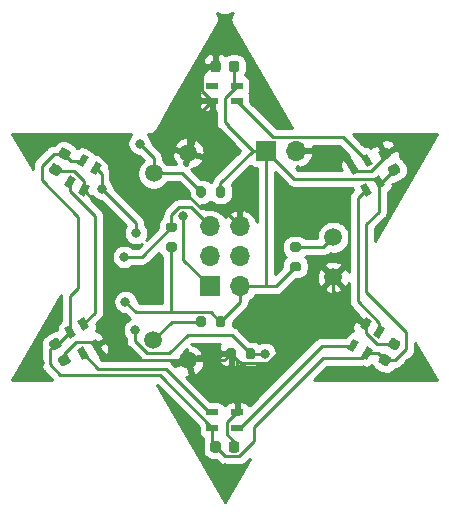
<source format=gbr>
%TF.GenerationSoftware,KiCad,Pcbnew,(5.1.9)-1*%
%TF.CreationDate,2021-09-26T19:09:17+02:00*%
%TF.ProjectId,SnowStar,536e6f77-5374-4617-922e-6b696361645f,rev?*%
%TF.SameCoordinates,Original*%
%TF.FileFunction,Copper,L1,Top*%
%TF.FilePolarity,Positive*%
%FSLAX46Y46*%
G04 Gerber Fmt 4.6, Leading zero omitted, Abs format (unit mm)*
G04 Created by KiCad (PCBNEW (5.1.9)-1) date 2021-09-26 19:09:17*
%MOMM*%
%LPD*%
G01*
G04 APERTURE LIST*
%TA.AperFunction,SMDPad,CuDef*%
%ADD10C,0.100000*%
%TD*%
%TA.AperFunction,SMDPad,CuDef*%
%ADD11R,1.000000X0.600000*%
%TD*%
%TA.AperFunction,ComponentPad*%
%ADD12R,1.700000X1.700000*%
%TD*%
%TA.AperFunction,ComponentPad*%
%ADD13O,1.700000X1.700000*%
%TD*%
%TA.AperFunction,ComponentPad*%
%ADD14C,1.500000*%
%TD*%
%TA.AperFunction,ViaPad*%
%ADD15C,0.800000*%
%TD*%
%TA.AperFunction,Conductor*%
%ADD16C,0.250000*%
%TD*%
%TA.AperFunction,Conductor*%
%ADD17C,0.254000*%
%TD*%
%TA.AperFunction,Conductor*%
%ADD18C,0.100000*%
%TD*%
G04 APERTURE END LIST*
%TA.AperFunction,SMDPad,CuDef*%
D10*
%TO.P,D2,1*%
%TO.N,Net-(D2-Pad1)*%
G36*
X118929415Y-122582434D02*
G01*
X119449031Y-122282434D01*
X119949031Y-123148460D01*
X119429415Y-123448460D01*
X118929415Y-122582434D01*
G37*
%TD.AperFunction*%
%TA.AperFunction,SMDPad,CuDef*%
%TO.P,D2,2*%
%TO.N,GND*%
G36*
X120055249Y-121932434D02*
G01*
X120574865Y-121632434D01*
X121074865Y-122498460D01*
X120555249Y-122798460D01*
X120055249Y-121932434D01*
G37*
%TD.AperFunction*%
%TA.AperFunction,SMDPad,CuDef*%
%TO.P,D2,4*%
%TO.N,5V*%
G36*
X117879415Y-120763780D02*
G01*
X118399031Y-120463780D01*
X118899031Y-121329806D01*
X118379415Y-121629806D01*
X117879415Y-120763780D01*
G37*
%TD.AperFunction*%
%TA.AperFunction,SMDPad,CuDef*%
%TO.P,D2,3*%
%TO.N,Net-(D1-Pad1)*%
G36*
X119005249Y-120113780D02*
G01*
X119524865Y-119813780D01*
X120024865Y-120679806D01*
X119505249Y-120979806D01*
X119005249Y-120113780D01*
G37*
%TD.AperFunction*%
%TD*%
%TA.AperFunction,SMDPad,CuDef*%
%TO.P,D1,3*%
%TO.N,LEDS*%
G36*
X120565249Y-106623780D02*
G01*
X121084865Y-106923780D01*
X120584865Y-107789806D01*
X120065249Y-107489806D01*
X120565249Y-106623780D01*
G37*
%TD.AperFunction*%
%TA.AperFunction,SMDPad,CuDef*%
%TO.P,D1,4*%
%TO.N,5V*%
G36*
X119439415Y-105973780D02*
G01*
X119959031Y-106273780D01*
X119459031Y-107139806D01*
X118939415Y-106839806D01*
X119439415Y-105973780D01*
G37*
%TD.AperFunction*%
%TA.AperFunction,SMDPad,CuDef*%
%TO.P,D1,2*%
%TO.N,GND*%
G36*
X119515249Y-108442434D02*
G01*
X120034865Y-108742434D01*
X119534865Y-109608460D01*
X119015249Y-109308460D01*
X119515249Y-108442434D01*
G37*
%TD.AperFunction*%
%TA.AperFunction,SMDPad,CuDef*%
%TO.P,D1,1*%
%TO.N,Net-(D1-Pad1)*%
G36*
X118389415Y-107792434D02*
G01*
X118909031Y-108092434D01*
X118409031Y-108958460D01*
X117889415Y-108658460D01*
X118389415Y-107792434D01*
G37*
%TD.AperFunction*%
%TD*%
D11*
%TO.P,D6,1*%
%TO.N,Net-(D6-Pad1)*%
X130417140Y-100201120D03*
%TO.P,D6,2*%
%TO.N,GND*%
X130417140Y-101501120D03*
%TO.P,D6,4*%
%TO.N,5V*%
X132517140Y-100201120D03*
%TO.P,D6,3*%
%TO.N,Net-(D5-Pad1)*%
X132517140Y-101501120D03*
%TD*%
%TA.AperFunction,SMDPad,CuDef*%
D10*
%TO.P,D5,3*%
%TO.N,Net-(D4-Pad1)*%
G36*
X143929031Y-109308460D02*
G01*
X143409415Y-109608460D01*
X142909415Y-108742434D01*
X143429031Y-108442434D01*
X143929031Y-109308460D01*
G37*
%TD.AperFunction*%
%TA.AperFunction,SMDPad,CuDef*%
%TO.P,D5,4*%
%TO.N,5V*%
G36*
X145054865Y-108658460D02*
G01*
X144535249Y-108958460D01*
X144035249Y-108092434D01*
X144554865Y-107792434D01*
X145054865Y-108658460D01*
G37*
%TD.AperFunction*%
%TA.AperFunction,SMDPad,CuDef*%
%TO.P,D5,2*%
%TO.N,GND*%
G36*
X142879031Y-107489806D02*
G01*
X142359415Y-107789806D01*
X141859415Y-106923780D01*
X142379031Y-106623780D01*
X142879031Y-107489806D01*
G37*
%TD.AperFunction*%
%TA.AperFunction,SMDPad,CuDef*%
%TO.P,D5,1*%
%TO.N,Net-(D5-Pad1)*%
G36*
X144004865Y-106839806D02*
G01*
X143485249Y-107139806D01*
X142985249Y-106273780D01*
X143504865Y-105973780D01*
X144004865Y-106839806D01*
G37*
%TD.AperFunction*%
%TD*%
%TA.AperFunction,SMDPad,CuDef*%
%TO.P,D4,1*%
%TO.N,Net-(D4-Pad1)*%
G36*
X144554865Y-121629806D02*
G01*
X144035249Y-121329806D01*
X144535249Y-120463780D01*
X145054865Y-120763780D01*
X144554865Y-121629806D01*
G37*
%TD.AperFunction*%
%TA.AperFunction,SMDPad,CuDef*%
%TO.P,D4,2*%
%TO.N,GND*%
G36*
X143429031Y-120979806D02*
G01*
X142909415Y-120679806D01*
X143409415Y-119813780D01*
X143929031Y-120113780D01*
X143429031Y-120979806D01*
G37*
%TD.AperFunction*%
%TA.AperFunction,SMDPad,CuDef*%
%TO.P,D4,4*%
%TO.N,5V*%
G36*
X143504865Y-123448460D02*
G01*
X142985249Y-123148460D01*
X143485249Y-122282434D01*
X144004865Y-122582434D01*
X143504865Y-123448460D01*
G37*
%TD.AperFunction*%
%TA.AperFunction,SMDPad,CuDef*%
%TO.P,D4,3*%
%TO.N,Net-(D3-Pad1)*%
G36*
X142379031Y-122798460D02*
G01*
X141859415Y-122498460D01*
X142359415Y-121632434D01*
X142879031Y-121932434D01*
X142379031Y-122798460D01*
G37*
%TD.AperFunction*%
%TD*%
D11*
%TO.P,D3,3*%
%TO.N,Net-(D2-Pad1)*%
X130427140Y-127881120D03*
%TO.P,D3,4*%
%TO.N,5V*%
X130427140Y-129181120D03*
%TO.P,D3,2*%
%TO.N,GND*%
X132527140Y-127881120D03*
%TO.P,D3,1*%
%TO.N,Net-(D3-Pad1)*%
X132527140Y-129181120D03*
%TD*%
%TO.P,C1,2*%
%TO.N,GND*%
%TA.AperFunction,SMDPad,CuDef*%
G36*
G01*
X117138134Y-106807578D02*
X117571146Y-107057578D01*
G75*
G02*
X117653502Y-107364934I-112500J-194856D01*
G01*
X117428502Y-107754646D01*
G75*
G02*
X117121146Y-107837002I-194856J112500D01*
G01*
X116688134Y-107587002D01*
G75*
G02*
X116605778Y-107279646I112500J194856D01*
G01*
X116830778Y-106889934D01*
G75*
G02*
X117138134Y-106807578I194856J-112500D01*
G01*
G37*
%TD.AperFunction*%
%TO.P,C1,1*%
%TO.N,5V*%
%TA.AperFunction,SMDPad,CuDef*%
G36*
G01*
X117913134Y-105465238D02*
X118346146Y-105715238D01*
G75*
G02*
X118428502Y-106022594I-112500J-194856D01*
G01*
X118203502Y-106412306D01*
G75*
G02*
X117896146Y-106494662I-194856J112500D01*
G01*
X117463134Y-106244662D01*
G75*
G02*
X117380778Y-105937306I112500J194856D01*
G01*
X117605778Y-105547594D01*
G75*
G02*
X117913134Y-105465238I194856J-112500D01*
G01*
G37*
%TD.AperFunction*%
%TD*%
%TO.P,C5,1*%
%TO.N,5V*%
%TA.AperFunction,SMDPad,CuDef*%
G36*
G01*
X146256146Y-107597002D02*
X145823134Y-107847002D01*
G75*
G02*
X145515778Y-107764646I-112500J194856D01*
G01*
X145290778Y-107374934D01*
G75*
G02*
X145373134Y-107067578I194856J112500D01*
G01*
X145806146Y-106817578D01*
G75*
G02*
X146113502Y-106899934I112500J-194856D01*
G01*
X146338502Y-107289646D01*
G75*
G02*
X146256146Y-107597002I-194856J-112500D01*
G01*
G37*
%TD.AperFunction*%
%TO.P,C5,2*%
%TO.N,GND*%
%TA.AperFunction,SMDPad,CuDef*%
G36*
G01*
X145481146Y-106254662D02*
X145048134Y-106504662D01*
G75*
G02*
X144740778Y-106422306I-112500J194856D01*
G01*
X144515778Y-106032594D01*
G75*
G02*
X144598134Y-105725238I194856J112500D01*
G01*
X145031146Y-105475238D01*
G75*
G02*
X145338502Y-105557594I112500J-194856D01*
G01*
X145563502Y-105947306D01*
G75*
G02*
X145481146Y-106254662I-194856J-112500D01*
G01*
G37*
%TD.AperFunction*%
%TD*%
D12*
%TO.P,J2,1*%
%TO.N,5V*%
X134967140Y-105711120D03*
D13*
%TO.P,J2,2*%
%TO.N,GND*%
X137507140Y-105711120D03*
%TD*%
%TO.P,C6,2*%
%TO.N,GND*%
%TA.AperFunction,SMDPad,CuDef*%
G36*
G01*
X131152140Y-98341120D02*
X131152140Y-98841120D01*
G75*
G02*
X130927140Y-99066120I-225000J0D01*
G01*
X130477140Y-99066120D01*
G75*
G02*
X130252140Y-98841120I0J225000D01*
G01*
X130252140Y-98341120D01*
G75*
G02*
X130477140Y-98116120I225000J0D01*
G01*
X130927140Y-98116120D01*
G75*
G02*
X131152140Y-98341120I0J-225000D01*
G01*
G37*
%TD.AperFunction*%
%TO.P,C6,1*%
%TO.N,5V*%
%TA.AperFunction,SMDPad,CuDef*%
G36*
G01*
X132702140Y-98341120D02*
X132702140Y-98841120D01*
G75*
G02*
X132477140Y-99066120I-225000J0D01*
G01*
X132027140Y-99066120D01*
G75*
G02*
X131802140Y-98841120I0J225000D01*
G01*
X131802140Y-98341120D01*
G75*
G02*
X132027140Y-98116120I225000J0D01*
G01*
X132477140Y-98116120D01*
G75*
G02*
X132702140Y-98341120I0J-225000D01*
G01*
G37*
%TD.AperFunction*%
%TD*%
%TO.P,C4,1*%
%TO.N,5V*%
%TA.AperFunction,SMDPad,CuDef*%
G36*
G01*
X145031146Y-123957002D02*
X144598134Y-123707002D01*
G75*
G02*
X144515778Y-123399646I112500J194856D01*
G01*
X144740778Y-123009934D01*
G75*
G02*
X145048134Y-122927578I194856J-112500D01*
G01*
X145481146Y-123177578D01*
G75*
G02*
X145563502Y-123484934I-112500J-194856D01*
G01*
X145338502Y-123874646D01*
G75*
G02*
X145031146Y-123957002I-194856J112500D01*
G01*
G37*
%TD.AperFunction*%
%TO.P,C4,2*%
%TO.N,GND*%
%TA.AperFunction,SMDPad,CuDef*%
G36*
G01*
X145806146Y-122614662D02*
X145373134Y-122364662D01*
G75*
G02*
X145290778Y-122057306I112500J194856D01*
G01*
X145515778Y-121667594D01*
G75*
G02*
X145823134Y-121585238I194856J-112500D01*
G01*
X146256146Y-121835238D01*
G75*
G02*
X146338502Y-122142594I-112500J-194856D01*
G01*
X146113502Y-122532306D01*
G75*
G02*
X145806146Y-122614662I-194856J112500D01*
G01*
G37*
%TD.AperFunction*%
%TD*%
%TO.P,C3,2*%
%TO.N,GND*%
%TA.AperFunction,SMDPad,CuDef*%
G36*
G01*
X131802140Y-131051120D02*
X131802140Y-130551120D01*
G75*
G02*
X132027140Y-130326120I225000J0D01*
G01*
X132477140Y-130326120D01*
G75*
G02*
X132702140Y-130551120I0J-225000D01*
G01*
X132702140Y-131051120D01*
G75*
G02*
X132477140Y-131276120I-225000J0D01*
G01*
X132027140Y-131276120D01*
G75*
G02*
X131802140Y-131051120I0J225000D01*
G01*
G37*
%TD.AperFunction*%
%TO.P,C3,1*%
%TO.N,5V*%
%TA.AperFunction,SMDPad,CuDef*%
G36*
G01*
X130252140Y-131051120D02*
X130252140Y-130551120D01*
G75*
G02*
X130477140Y-130326120I225000J0D01*
G01*
X130927140Y-130326120D01*
G75*
G02*
X131152140Y-130551120I0J-225000D01*
G01*
X131152140Y-131051120D01*
G75*
G02*
X130927140Y-131276120I-225000J0D01*
G01*
X130477140Y-131276120D01*
G75*
G02*
X130252140Y-131051120I0J225000D01*
G01*
G37*
%TD.AperFunction*%
%TD*%
%TO.P,C2,1*%
%TO.N,5V*%
%TA.AperFunction,SMDPad,CuDef*%
G36*
G01*
X116678134Y-121835238D02*
X117111146Y-121585238D01*
G75*
G02*
X117418502Y-121667594I112500J-194856D01*
G01*
X117643502Y-122057306D01*
G75*
G02*
X117561146Y-122364662I-194856J-112500D01*
G01*
X117128134Y-122614662D01*
G75*
G02*
X116820778Y-122532306I-112500J194856D01*
G01*
X116595778Y-122142594D01*
G75*
G02*
X116678134Y-121835238I194856J112500D01*
G01*
G37*
%TD.AperFunction*%
%TO.P,C2,2*%
%TO.N,GND*%
%TA.AperFunction,SMDPad,CuDef*%
G36*
G01*
X117453134Y-123177578D02*
X117886146Y-122927578D01*
G75*
G02*
X118193502Y-123009934I112500J-194856D01*
G01*
X118418502Y-123399646D01*
G75*
G02*
X118336146Y-123707002I-194856J-112500D01*
G01*
X117903134Y-123957002D01*
G75*
G02*
X117595778Y-123874646I-112500J194856D01*
G01*
X117370778Y-123484934D01*
G75*
G02*
X117453134Y-123177578I194856J112500D01*
G01*
G37*
%TD.AperFunction*%
%TD*%
D12*
%TO.P,J1,1*%
%TO.N,MISO*%
X130227140Y-117211120D03*
D13*
%TO.P,J1,2*%
%TO.N,5V*%
X132767140Y-117211120D03*
%TO.P,J1,3*%
%TO.N,SCK*%
X130227140Y-114671120D03*
%TO.P,J1,4*%
%TO.N,MOSI*%
X132767140Y-114671120D03*
%TO.P,J1,5*%
%TO.N,RST*%
X130227140Y-112131120D03*
%TO.P,J1,6*%
%TO.N,GND*%
X132767140Y-112131120D03*
%TD*%
%TO.P,R1,1*%
%TO.N,5V*%
%TA.AperFunction,SMDPad,CuDef*%
G36*
G01*
X131517140Y-119936120D02*
X131517140Y-120486120D01*
G75*
G02*
X131317140Y-120686120I-200000J0D01*
G01*
X130917140Y-120686120D01*
G75*
G02*
X130717140Y-120486120I0J200000D01*
G01*
X130717140Y-119936120D01*
G75*
G02*
X130917140Y-119736120I200000J0D01*
G01*
X131317140Y-119736120D01*
G75*
G02*
X131517140Y-119936120I0J-200000D01*
G01*
G37*
%TD.AperFunction*%
%TO.P,R1,2*%
%TO.N,PH1*%
%TA.AperFunction,SMDPad,CuDef*%
G36*
G01*
X129867140Y-119936120D02*
X129867140Y-120486120D01*
G75*
G02*
X129667140Y-120686120I-200000J0D01*
G01*
X129267140Y-120686120D01*
G75*
G02*
X129067140Y-120486120I0J200000D01*
G01*
X129067140Y-119936120D01*
G75*
G02*
X129267140Y-119736120I200000J0D01*
G01*
X129667140Y-119736120D01*
G75*
G02*
X129867140Y-119936120I0J-200000D01*
G01*
G37*
%TD.AperFunction*%
%TD*%
%TO.P,R2,1*%
%TO.N,5V*%
%TA.AperFunction,SMDPad,CuDef*%
G36*
G01*
X137742140Y-115936120D02*
X137192140Y-115936120D01*
G75*
G02*
X136992140Y-115736120I0J200000D01*
G01*
X136992140Y-115336120D01*
G75*
G02*
X137192140Y-115136120I200000J0D01*
G01*
X137742140Y-115136120D01*
G75*
G02*
X137942140Y-115336120I0J-200000D01*
G01*
X137942140Y-115736120D01*
G75*
G02*
X137742140Y-115936120I-200000J0D01*
G01*
G37*
%TD.AperFunction*%
%TO.P,R2,2*%
%TO.N,PH2*%
%TA.AperFunction,SMDPad,CuDef*%
G36*
G01*
X137742140Y-114286120D02*
X137192140Y-114286120D01*
G75*
G02*
X136992140Y-114086120I0J200000D01*
G01*
X136992140Y-113686120D01*
G75*
G02*
X137192140Y-113486120I200000J0D01*
G01*
X137742140Y-113486120D01*
G75*
G02*
X137942140Y-113686120I0J-200000D01*
G01*
X137942140Y-114086120D01*
G75*
G02*
X137742140Y-114286120I-200000J0D01*
G01*
G37*
%TD.AperFunction*%
%TD*%
%TO.P,R3,2*%
%TO.N,PH3*%
%TA.AperFunction,SMDPad,CuDef*%
G36*
G01*
X129867140Y-108936120D02*
X129867140Y-109486120D01*
G75*
G02*
X129667140Y-109686120I-200000J0D01*
G01*
X129267140Y-109686120D01*
G75*
G02*
X129067140Y-109486120I0J200000D01*
G01*
X129067140Y-108936120D01*
G75*
G02*
X129267140Y-108736120I200000J0D01*
G01*
X129667140Y-108736120D01*
G75*
G02*
X129867140Y-108936120I0J-200000D01*
G01*
G37*
%TD.AperFunction*%
%TO.P,R3,1*%
%TO.N,5V*%
%TA.AperFunction,SMDPad,CuDef*%
G36*
G01*
X131517140Y-108936120D02*
X131517140Y-109486120D01*
G75*
G02*
X131317140Y-109686120I-200000J0D01*
G01*
X130917140Y-109686120D01*
G75*
G02*
X130717140Y-109486120I0J200000D01*
G01*
X130717140Y-108936120D01*
G75*
G02*
X130917140Y-108736120I200000J0D01*
G01*
X131317140Y-108736120D01*
G75*
G02*
X131517140Y-108936120I0J-200000D01*
G01*
G37*
%TD.AperFunction*%
%TD*%
D14*
%TO.P,R4,2*%
%TO.N,GND*%
X128377140Y-123471120D03*
%TO.P,R4,1*%
%TO.N,PH1*%
X125432654Y-121771120D03*
%TD*%
%TO.P,R5,1*%
%TO.N,PH2*%
X140657140Y-113041120D03*
%TO.P,R5,2*%
%TO.N,GND*%
X140657140Y-116441120D03*
%TD*%
%TO.P,R6,1*%
%TO.N,PH3*%
X125452654Y-107631120D03*
%TO.P,R6,2*%
%TO.N,GND*%
X128397140Y-105931120D03*
%TD*%
%TO.P,R7,1*%
%TO.N,RST*%
%TA.AperFunction,SMDPad,CuDef*%
G36*
G01*
X126692140Y-111811120D02*
X127242140Y-111811120D01*
G75*
G02*
X127442140Y-112011120I0J-200000D01*
G01*
X127442140Y-112411120D01*
G75*
G02*
X127242140Y-112611120I-200000J0D01*
G01*
X126692140Y-112611120D01*
G75*
G02*
X126492140Y-112411120I0J200000D01*
G01*
X126492140Y-112011120D01*
G75*
G02*
X126692140Y-111811120I200000J0D01*
G01*
G37*
%TD.AperFunction*%
%TO.P,R7,2*%
%TO.N,5V*%
%TA.AperFunction,SMDPad,CuDef*%
G36*
G01*
X126692140Y-113461120D02*
X127242140Y-113461120D01*
G75*
G02*
X127442140Y-113661120I0J-200000D01*
G01*
X127442140Y-114061120D01*
G75*
G02*
X127242140Y-114261120I-200000J0D01*
G01*
X126692140Y-114261120D01*
G75*
G02*
X126492140Y-114061120I0J200000D01*
G01*
X126492140Y-113661120D01*
G75*
G02*
X126692140Y-113461120I200000J0D01*
G01*
G37*
%TD.AperFunction*%
%TD*%
%TO.P,R8,2*%
%TO.N,GND*%
%TA.AperFunction,SMDPad,CuDef*%
G36*
G01*
X132417140Y-122636120D02*
X132417140Y-123186120D01*
G75*
G02*
X132217140Y-123386120I-200000J0D01*
G01*
X131817140Y-123386120D01*
G75*
G02*
X131617140Y-123186120I0J200000D01*
G01*
X131617140Y-122636120D01*
G75*
G02*
X131817140Y-122436120I200000J0D01*
G01*
X132217140Y-122436120D01*
G75*
G02*
X132417140Y-122636120I0J-200000D01*
G01*
G37*
%TD.AperFunction*%
%TO.P,R8,1*%
%TO.N,Net-(JP1-Pad1)*%
%TA.AperFunction,SMDPad,CuDef*%
G36*
G01*
X134067140Y-122636120D02*
X134067140Y-123186120D01*
G75*
G02*
X133867140Y-123386120I-200000J0D01*
G01*
X133467140Y-123386120D01*
G75*
G02*
X133267140Y-123186120I0J200000D01*
G01*
X133267140Y-122636120D01*
G75*
G02*
X133467140Y-122436120I200000J0D01*
G01*
X133867140Y-122436120D01*
G75*
G02*
X134067140Y-122636120I0J-200000D01*
G01*
G37*
%TD.AperFunction*%
%TD*%
D15*
%TO.N,GND*%
X140717140Y-110461120D03*
X121967140Y-120211120D03*
X147067140Y-123711120D03*
X131467140Y-132611120D03*
X115867140Y-123711120D03*
X119767140Y-104911120D03*
%TO.N,5V*%
X123067140Y-118511120D03*
%TO.N,LEDS*%
X123967140Y-112711120D03*
X121047034Y-108931226D03*
%TO.N,MISO*%
X127967140Y-111211120D03*
%TO.N,RST*%
X122967140Y-114711120D03*
%TO.N,PH3*%
X124267140Y-105111120D03*
%TO.N,Net-(JP1-Pad1)*%
X134867140Y-122911120D03*
X123867139Y-120911121D03*
%TD*%
D16*
%TO.N,GND*%
X131457140Y-123471120D02*
X132017140Y-122911120D01*
X128377140Y-123471120D02*
X131457140Y-123471120D01*
%TO.N,5V*%
X132767140Y-118561120D02*
X131117140Y-120211120D01*
X132767140Y-117211120D02*
X132767140Y-118561120D01*
X135792140Y-117211120D02*
X137467140Y-115536120D01*
X134967140Y-105711120D02*
X134967140Y-117211120D01*
X134967140Y-117211120D02*
X135792140Y-117211120D01*
X132767140Y-117211120D02*
X134967140Y-117211120D01*
%TO.N,GND*%
X132527140Y-130526120D02*
X132252140Y-130801120D01*
X131702139Y-128706121D02*
X132527140Y-127881120D01*
X131702139Y-129776119D02*
X131702139Y-128706121D01*
X132252140Y-130326120D02*
X131702139Y-129776119D01*
X132252140Y-130801120D02*
X132252140Y-130326120D01*
X143419223Y-121173416D02*
X143419223Y-120396793D01*
X144345757Y-122099950D02*
X143419223Y-121173416D01*
X145814640Y-122099950D02*
X144345757Y-122099950D01*
X145039640Y-106264667D02*
X145039640Y-105989950D01*
X143839491Y-107464816D02*
X145039640Y-106264667D01*
X142627246Y-107464816D02*
X143839491Y-107464816D01*
X142369223Y-107206793D02*
X142627246Y-107464816D01*
X119525057Y-108248824D02*
X119525057Y-109025447D01*
X118741049Y-107464816D02*
X119525057Y-108248824D01*
X117272166Y-107464816D02*
X118741049Y-107464816D01*
X117129640Y-107322290D02*
X117272166Y-107464816D01*
X118860946Y-121957424D02*
X120307034Y-121957424D01*
X120307034Y-121957424D02*
X120565057Y-122215447D01*
X117894640Y-122923730D02*
X118860946Y-121957424D01*
X117894640Y-123442290D02*
X117894640Y-122923730D01*
X129592139Y-100676119D02*
X130417140Y-101501120D01*
X129592139Y-99251121D02*
X129592139Y-100676119D01*
X130252140Y-98591120D02*
X129592139Y-99251121D01*
X130702140Y-98591120D02*
X130252140Y-98591120D01*
X128397140Y-103521120D02*
X130417140Y-101501120D01*
X128397140Y-105931120D02*
X128397140Y-103521120D01*
X121820730Y-123471120D02*
X128377140Y-123471120D01*
X120565057Y-122215447D02*
X121820730Y-123471120D01*
X132527140Y-123421120D02*
X132017140Y-122911120D01*
X132527140Y-127881120D02*
X132527140Y-123421120D01*
X140873550Y-105711120D02*
X142369223Y-107206793D01*
X137507140Y-105711120D02*
X140873550Y-105711120D01*
X140657140Y-117634710D02*
X140657140Y-116441120D01*
X143419223Y-120396793D02*
X140657140Y-117634710D01*
X135140132Y-123711130D02*
X140657140Y-118194122D01*
X140657140Y-118194122D02*
X140657140Y-116441120D01*
X132817150Y-123711130D02*
X135140132Y-123711130D01*
X132017140Y-122911120D02*
X132817150Y-123711130D01*
X140657140Y-116441120D02*
X141967140Y-115131120D01*
X141967140Y-111711120D02*
X140717140Y-110461120D01*
X141967140Y-115131120D02*
X141967140Y-111711120D01*
X121967140Y-111467530D02*
X119525057Y-109025447D01*
X121967140Y-120211120D02*
X121967140Y-111467530D01*
X132767140Y-112131120D02*
X131247140Y-110611120D01*
X131247140Y-110611120D02*
X129467140Y-110611120D01*
X129467140Y-110611120D02*
X128467140Y-109611120D01*
X124467140Y-109611120D02*
X119767140Y-104911120D01*
X128467140Y-109611120D02*
X124467140Y-109611120D01*
%TO.N,5V*%
X123967130Y-119411110D02*
X123067140Y-118511120D01*
X131117140Y-120211120D02*
X130317130Y-119411110D01*
X126967140Y-119411100D02*
X126967130Y-119411110D01*
X126967140Y-113861120D02*
X126967140Y-119411100D01*
X126967130Y-119411110D02*
X123967130Y-119411110D01*
X130317130Y-119411110D02*
X126967130Y-119411110D01*
X130427140Y-130526120D02*
X130702140Y-130801120D01*
X130427140Y-129181120D02*
X130427140Y-130526120D01*
X144462797Y-122865447D02*
X145039640Y-123442290D01*
X143495057Y-122865447D02*
X144462797Y-122865447D01*
X144771483Y-108375447D02*
X145814640Y-107332290D01*
X144545057Y-108375447D02*
X144771483Y-108375447D01*
X132252140Y-99936120D02*
X132517140Y-100201120D01*
X132252140Y-98591120D02*
X132252140Y-99936120D01*
X118481483Y-106556793D02*
X117904640Y-105979950D01*
X119449223Y-106556793D02*
X118481483Y-106556793D01*
X117336066Y-122099950D02*
X118389223Y-121046793D01*
X117119640Y-122099950D02*
X117336066Y-122099950D01*
X132704964Y-131601130D02*
X133967140Y-130338954D01*
X131502150Y-131601130D02*
X132704964Y-131601130D01*
X130702140Y-130801120D02*
X131502150Y-131601130D01*
X143129032Y-123231472D02*
X143495057Y-122865447D01*
X139838247Y-123231472D02*
X143129032Y-123231472D01*
X133967140Y-129102579D02*
X139838247Y-123231472D01*
X133967140Y-130338954D02*
X133967140Y-129102579D01*
X144284426Y-108114816D02*
X144545057Y-108375447D01*
X137370836Y-108114816D02*
X144284426Y-108114816D01*
X134967140Y-105711120D02*
X137370836Y-108114816D01*
X133867140Y-105711120D02*
X131692139Y-103536119D01*
X134967140Y-105711120D02*
X133867140Y-105711120D01*
X133867140Y-105711120D02*
X131467140Y-103311120D01*
X131467140Y-101251120D02*
X132517140Y-100201120D01*
X131467140Y-103311120D02*
X131467140Y-101251120D01*
X131117140Y-108461120D02*
X133867140Y-105711120D01*
X131117140Y-109211120D02*
X131117140Y-108461120D01*
X144545057Y-110883203D02*
X144545057Y-108375447D01*
X143467140Y-111961120D02*
X144545057Y-110883203D01*
X143467140Y-117711120D02*
X143467140Y-111961120D01*
X146867140Y-121111120D02*
X143467140Y-117711120D01*
X146867140Y-122511120D02*
X146867140Y-121111120D01*
X145935970Y-123442290D02*
X146867140Y-122511120D01*
X145039640Y-123442290D02*
X145935970Y-123442290D01*
X125957140Y-124711120D02*
X130427140Y-129181120D01*
X116667140Y-123811120D02*
X117567140Y-124711120D01*
X116667140Y-122552450D02*
X116667140Y-123811120D01*
X117567140Y-124711120D02*
X125957140Y-124711120D01*
X117119640Y-122099950D02*
X116667140Y-122552450D01*
X119088573Y-117339687D02*
X118389223Y-118039037D01*
X119088573Y-111332553D02*
X119088573Y-117339687D01*
X115967140Y-108211120D02*
X119088573Y-111332553D01*
X115967140Y-107011120D02*
X115967140Y-108211120D01*
X116998310Y-105979950D02*
X115967140Y-107011120D01*
X118389223Y-118039037D02*
X118389223Y-121046793D01*
X117904640Y-105979950D02*
X116998310Y-105979950D01*
%TO.N,LEDS*%
X123967140Y-112711120D02*
X123967140Y-111851333D01*
X123967140Y-111851333D02*
X121047034Y-108931226D01*
X121047034Y-107678770D02*
X120575057Y-107206793D01*
X121047034Y-108931226D02*
X121047034Y-107678770D01*
%TO.N,MISO*%
X127967140Y-114951120D02*
X130227140Y-117211120D01*
X127967140Y-111211120D02*
X127967140Y-114951120D01*
%TO.N,RST*%
X124467140Y-114711120D02*
X126967140Y-112211120D01*
X122967140Y-114711120D02*
X124467140Y-114711120D01*
X128582139Y-110486119D02*
X130227140Y-112131120D01*
X127619139Y-110486119D02*
X128582139Y-110486119D01*
X126967140Y-111138118D02*
X127619139Y-110486119D01*
X126967140Y-112211120D02*
X126967140Y-111138118D01*
%TO.N,PH3*%
X127887140Y-107631120D02*
X129467140Y-109211120D01*
X125452654Y-107631120D02*
X127887140Y-107631120D01*
X125452654Y-106296634D02*
X124267140Y-105111120D01*
X125452654Y-107631120D02*
X125452654Y-106296634D01*
%TO.N,PH1*%
X126992654Y-120211120D02*
X125432654Y-121771120D01*
X129467140Y-120211120D02*
X126992654Y-120211120D01*
%TO.N,PH2*%
X139812140Y-113886120D02*
X140657140Y-113041120D01*
X137467140Y-113886120D02*
X139812140Y-113886120D01*
%TO.N,Net-(JP1-Pad1)*%
X133667140Y-122911120D02*
X134867140Y-122911120D01*
X124916653Y-122846121D02*
X126802141Y-122846121D01*
X123867139Y-121796607D02*
X124916653Y-122846121D01*
X123867139Y-120911121D02*
X123867139Y-121796607D01*
X126802141Y-122846121D02*
X128337142Y-121311120D01*
X132067140Y-121311120D02*
X132267140Y-121511120D01*
X128337142Y-121311120D02*
X132067140Y-121311120D01*
X133667140Y-122911120D02*
X132267140Y-121511120D01*
%TO.N,Net-(D1-Pad1)*%
X118399223Y-109152070D02*
X120467140Y-111219987D01*
X118399223Y-108375447D02*
X118399223Y-109152070D01*
X120467140Y-119444710D02*
X119515057Y-120396793D01*
X120467140Y-111219987D02*
X120467140Y-119444710D01*
%TO.N,Net-(D2-Pad1)*%
X130137140Y-127881120D02*
X130427140Y-127881120D01*
X120784896Y-124211120D02*
X126467140Y-124211120D01*
X119439223Y-122865447D02*
X120784896Y-124211120D01*
X126467140Y-124211120D02*
X130137140Y-127881120D01*
%TO.N,Net-(D3-Pad1)*%
X132527140Y-129181120D02*
X132747140Y-129181120D01*
X139712813Y-122215447D02*
X142369223Y-122215447D01*
X132747140Y-129181120D02*
X139712813Y-122215447D01*
%TO.N,Net-(D4-Pad1)*%
X144545057Y-121046793D02*
X144545057Y-120270170D01*
X142726573Y-109720553D02*
X142725345Y-109719325D01*
X142726573Y-118451687D02*
X142726573Y-109720553D01*
X142725345Y-109719325D02*
X143419223Y-109025447D01*
X144545057Y-120270170D02*
X142726573Y-118451687D01*
%TO.N,Net-(D5-Pad1)*%
X135552139Y-104536119D02*
X132517140Y-101501120D01*
X141474383Y-104536119D02*
X135552139Y-104536119D01*
X143495057Y-106556793D02*
X141474383Y-104536119D01*
%TD*%
D17*
%TO.N,GND*%
X129289068Y-129117850D02*
X129289068Y-129481120D01*
X129301328Y-129605602D01*
X129337638Y-129725300D01*
X129396603Y-129835614D01*
X129475955Y-129932305D01*
X129572646Y-130011657D01*
X129667141Y-130062166D01*
X129667141Y-130262454D01*
X129630652Y-130382743D01*
X129614068Y-130551120D01*
X129614068Y-131051120D01*
X129630652Y-131219497D01*
X129679765Y-131381403D01*
X129759522Y-131530617D01*
X129866856Y-131661404D01*
X129997643Y-131768738D01*
X130146857Y-131848495D01*
X130308763Y-131897608D01*
X130477140Y-131914192D01*
X130740410Y-131914192D01*
X130938351Y-132112132D01*
X130962149Y-132141131D01*
X130991147Y-132164929D01*
X131077873Y-132236104D01*
X131209903Y-132306676D01*
X131353164Y-132350133D01*
X131464817Y-132361130D01*
X131464827Y-132361130D01*
X131502150Y-132364806D01*
X131539472Y-132361130D01*
X132667642Y-132361130D01*
X132704964Y-132364806D01*
X132742286Y-132361130D01*
X132742297Y-132361130D01*
X132853950Y-132350133D01*
X132997211Y-132306676D01*
X133129240Y-132236104D01*
X133244965Y-132141131D01*
X133268767Y-132112128D01*
X133589821Y-131791074D01*
X131460137Y-135479884D01*
X125735805Y-125564586D01*
X129289068Y-129117850D01*
%TA.AperFunction,Conductor*%
D18*
G36*
X129289068Y-129117850D02*
G01*
X129289068Y-129481120D01*
X129301328Y-129605602D01*
X129337638Y-129725300D01*
X129396603Y-129835614D01*
X129475955Y-129932305D01*
X129572646Y-130011657D01*
X129667141Y-130062166D01*
X129667141Y-130262454D01*
X129630652Y-130382743D01*
X129614068Y-130551120D01*
X129614068Y-131051120D01*
X129630652Y-131219497D01*
X129679765Y-131381403D01*
X129759522Y-131530617D01*
X129866856Y-131661404D01*
X129997643Y-131768738D01*
X130146857Y-131848495D01*
X130308763Y-131897608D01*
X130477140Y-131914192D01*
X130740410Y-131914192D01*
X130938351Y-132112132D01*
X130962149Y-132141131D01*
X130991147Y-132164929D01*
X131077873Y-132236104D01*
X131209903Y-132306676D01*
X131353164Y-132350133D01*
X131464817Y-132361130D01*
X131464827Y-132361130D01*
X131502150Y-132364806D01*
X131539472Y-132361130D01*
X132667642Y-132361130D01*
X132704964Y-132364806D01*
X132742286Y-132361130D01*
X132742297Y-132361130D01*
X132853950Y-132350133D01*
X132997211Y-132306676D01*
X133129240Y-132236104D01*
X133244965Y-132141131D01*
X133268767Y-132112128D01*
X133589821Y-131791074D01*
X131460137Y-135479884D01*
X125735805Y-125564586D01*
X129289068Y-129117850D01*
G37*
%TD.AperFunction*%
D17*
X132379140Y-130674120D02*
X132399140Y-130674120D01*
X132399140Y-130832153D01*
X132390163Y-130841130D01*
X132105140Y-130841130D01*
X132105140Y-130674120D01*
X132125140Y-130674120D01*
X132125140Y-130654120D01*
X132379140Y-130654120D01*
X132379140Y-130674120D01*
%TA.AperFunction,Conductor*%
D18*
G36*
X132379140Y-130674120D02*
G01*
X132399140Y-130674120D01*
X132399140Y-130832153D01*
X132390163Y-130841130D01*
X132105140Y-130841130D01*
X132105140Y-130674120D01*
X132125140Y-130674120D01*
X132125140Y-130654120D01*
X132379140Y-130654120D01*
X132379140Y-130674120D01*
G37*
%TD.AperFunction*%
D17*
X141966573Y-115989444D02*
X141913417Y-115842288D01*
X141853000Y-115729257D01*
X141614133Y-115663732D01*
X140836745Y-116441120D01*
X141614133Y-117218508D01*
X141853000Y-117152983D01*
X141966573Y-116910962D01*
X141966573Y-118414365D01*
X141962897Y-118451687D01*
X141966573Y-118489010D01*
X141966573Y-118489019D01*
X141977570Y-118600672D01*
X142021027Y-118743933D01*
X142091599Y-118875962D01*
X142186572Y-118991688D01*
X142215576Y-119015491D01*
X142798782Y-119598697D01*
X142752364Y-119681826D01*
X142810471Y-119898683D01*
X143372738Y-120223308D01*
X143382738Y-120205987D01*
X143437947Y-120237862D01*
X143591861Y-120391776D01*
X143483029Y-120580278D01*
X143465708Y-120570278D01*
X143455708Y-120587599D01*
X143235738Y-120460599D01*
X143245738Y-120443278D01*
X142683471Y-120118653D01*
X142466614Y-120176760D01*
X142356829Y-120360770D01*
X142305205Y-120474704D01*
X142276802Y-120596521D01*
X142272710Y-120721538D01*
X142293085Y-120844951D01*
X142337146Y-120962017D01*
X142358949Y-120997079D01*
X142317683Y-120995728D01*
X142194270Y-121016104D01*
X142077203Y-121060165D01*
X141970981Y-121126218D01*
X141879687Y-121211724D01*
X141806828Y-121313398D01*
X141724816Y-121455447D01*
X139750135Y-121455447D01*
X139712812Y-121451771D01*
X139675489Y-121455447D01*
X139675480Y-121455447D01*
X139563827Y-121466444D01*
X139420566Y-121509901D01*
X139288537Y-121580473D01*
X139172812Y-121675446D01*
X139149014Y-121704444D01*
X133581766Y-127271693D01*
X133557677Y-127226626D01*
X133478325Y-127129935D01*
X133381634Y-127050583D01*
X133271320Y-126991618D01*
X133151622Y-126955308D01*
X133027140Y-126943048D01*
X132812890Y-126946120D01*
X132654140Y-127104870D01*
X132654140Y-127754120D01*
X132674140Y-127754120D01*
X132674140Y-128008120D01*
X132654140Y-128008120D01*
X132654140Y-128028120D01*
X132400140Y-128028120D01*
X132400140Y-128008120D01*
X132380140Y-128008120D01*
X132380140Y-127754120D01*
X132400140Y-127754120D01*
X132400140Y-127104870D01*
X132241390Y-126946120D01*
X132027140Y-126943048D01*
X131902658Y-126955308D01*
X131782960Y-126991618D01*
X131672646Y-127050583D01*
X131575955Y-127129935D01*
X131496603Y-127226626D01*
X131477140Y-127263038D01*
X131457677Y-127226626D01*
X131378325Y-127129935D01*
X131281634Y-127050583D01*
X131171320Y-126991618D01*
X131051622Y-126955308D01*
X130927140Y-126943048D01*
X130273870Y-126943048D01*
X128172278Y-124841456D01*
X128267605Y-124858504D01*
X128395701Y-124862697D01*
X128571881Y-124688595D01*
X128311400Y-123716468D01*
X128362999Y-123664869D01*
X128259053Y-123560923D01*
X128532683Y-123560923D01*
X128817226Y-124622855D01*
X129056854Y-124685541D01*
X129280716Y-124529601D01*
X129469853Y-124332984D01*
X129616998Y-124103246D01*
X129716497Y-123849215D01*
X129764524Y-123580655D01*
X129768717Y-123452559D01*
X129703062Y-123386120D01*
X130979068Y-123386120D01*
X130991328Y-123510602D01*
X131027638Y-123630300D01*
X131086603Y-123740614D01*
X131165955Y-123837305D01*
X131262646Y-123916657D01*
X131372960Y-123975622D01*
X131492658Y-124011932D01*
X131617140Y-124024192D01*
X131731390Y-124021120D01*
X131890140Y-123862370D01*
X131890140Y-123038120D01*
X131140890Y-123038120D01*
X130982140Y-123196870D01*
X130979068Y-123386120D01*
X129703062Y-123386120D01*
X129594615Y-123276379D01*
X128532683Y-123560923D01*
X128259053Y-123560923D01*
X128183391Y-123485261D01*
X127952186Y-123716466D01*
X127238514Y-123907693D01*
X127030944Y-123700123D01*
X127007141Y-123671119D01*
X126918461Y-123598341D01*
X126951127Y-123595124D01*
X127057789Y-123562769D01*
X127159665Y-123665861D01*
X128131792Y-123405380D01*
X128183391Y-123456979D01*
X128362999Y-123277371D01*
X128131794Y-123046166D01*
X128035663Y-122687400D01*
X128243053Y-122480010D01*
X128466943Y-123315577D01*
X129528875Y-123031034D01*
X129591561Y-122791406D01*
X129435621Y-122567544D01*
X129239004Y-122378407D01*
X129009266Y-122231262D01*
X128755235Y-122131763D01*
X128616170Y-122106894D01*
X128651944Y-122071120D01*
X131095225Y-122071120D01*
X131086603Y-122081626D01*
X131027638Y-122191940D01*
X130991328Y-122311638D01*
X130979068Y-122436120D01*
X130982140Y-122625370D01*
X131140890Y-122784120D01*
X131890140Y-122784120D01*
X131890140Y-122764120D01*
X132144140Y-122764120D01*
X132144140Y-122784120D01*
X132164140Y-122784120D01*
X132164140Y-123038120D01*
X132144140Y-123038120D01*
X132144140Y-123862370D01*
X132302890Y-124021120D01*
X132417140Y-124024192D01*
X132541622Y-124011932D01*
X132661320Y-123975622D01*
X132771634Y-123916657D01*
X132868325Y-123837305D01*
X132899550Y-123799257D01*
X133001532Y-123882951D01*
X133146424Y-123960398D01*
X133303640Y-124008089D01*
X133467140Y-124024192D01*
X133867140Y-124024192D01*
X134030640Y-124008089D01*
X134187856Y-123960398D01*
X134332748Y-123882951D01*
X134391788Y-123834498D01*
X134565242Y-123906346D01*
X134765201Y-123946120D01*
X134969079Y-123946120D01*
X135169038Y-123906346D01*
X135357396Y-123828325D01*
X135526914Y-123715057D01*
X135671077Y-123570894D01*
X135784345Y-123401376D01*
X135862366Y-123213018D01*
X135902140Y-123013059D01*
X135902140Y-122809181D01*
X135862366Y-122609222D01*
X135784345Y-122420864D01*
X135671077Y-122251346D01*
X135526914Y-122107183D01*
X135357396Y-121993915D01*
X135169038Y-121915894D01*
X134969079Y-121876120D01*
X134765201Y-121876120D01*
X134565242Y-121915894D01*
X134391788Y-121987742D01*
X134332748Y-121939289D01*
X134187856Y-121861842D01*
X134030640Y-121814151D01*
X133867140Y-121798048D01*
X133628870Y-121798048D01*
X132778142Y-120947321D01*
X132630944Y-120800123D01*
X132607141Y-120771119D01*
X132491416Y-120676146D01*
X132359387Y-120605574D01*
X132216126Y-120562117D01*
X132148384Y-120555445D01*
X132155212Y-120486120D01*
X132155212Y-120247850D01*
X133278148Y-119124915D01*
X133307141Y-119101121D01*
X133330935Y-119072128D01*
X133330939Y-119072124D01*
X133402113Y-118985397D01*
X133414251Y-118962689D01*
X133472686Y-118853367D01*
X133516143Y-118710106D01*
X133527140Y-118598453D01*
X133527140Y-118598444D01*
X133530816Y-118561121D01*
X133527140Y-118523798D01*
X133527140Y-118489298D01*
X133713772Y-118364595D01*
X133920615Y-118157752D01*
X134045318Y-117971120D01*
X134929807Y-117971120D01*
X134967140Y-117974797D01*
X135004473Y-117971120D01*
X135754818Y-117971120D01*
X135792140Y-117974796D01*
X135829462Y-117971120D01*
X135829473Y-117971120D01*
X135941126Y-117960123D01*
X136084387Y-117916666D01*
X136216416Y-117846094D01*
X136332141Y-117751121D01*
X136355944Y-117722117D01*
X136679948Y-117398113D01*
X139879752Y-117398113D01*
X139945277Y-117636980D01*
X140192256Y-117752880D01*
X140457100Y-117818370D01*
X140729632Y-117830932D01*
X140999378Y-117790085D01*
X141255972Y-117697397D01*
X141369003Y-117636980D01*
X141434528Y-117398113D01*
X140657140Y-116620725D01*
X139879752Y-117398113D01*
X136679948Y-117398113D01*
X137503870Y-116574192D01*
X137742140Y-116574192D01*
X137905640Y-116558089D01*
X138052260Y-116513612D01*
X139267328Y-116513612D01*
X139308175Y-116783358D01*
X139400863Y-117039952D01*
X139461280Y-117152983D01*
X139700147Y-117218508D01*
X140477535Y-116441120D01*
X139700147Y-115663732D01*
X139461280Y-115729257D01*
X139345380Y-115976236D01*
X139279890Y-116241080D01*
X139267328Y-116513612D01*
X138052260Y-116513612D01*
X138062856Y-116510398D01*
X138207748Y-116432951D01*
X138334746Y-116328726D01*
X138438971Y-116201728D01*
X138516418Y-116056836D01*
X138564109Y-115899620D01*
X138580212Y-115736120D01*
X138580212Y-115484127D01*
X139879752Y-115484127D01*
X140657140Y-116261515D01*
X141434528Y-115484127D01*
X141369003Y-115245260D01*
X141122024Y-115129360D01*
X140857180Y-115063870D01*
X140584648Y-115051308D01*
X140314902Y-115092155D01*
X140058308Y-115184843D01*
X139945277Y-115245260D01*
X139879752Y-115484127D01*
X138580212Y-115484127D01*
X138580212Y-115336120D01*
X138564109Y-115172620D01*
X138516418Y-115015404D01*
X138438971Y-114870512D01*
X138334746Y-114743514D01*
X138295274Y-114711120D01*
X138334746Y-114678726D01*
X138361505Y-114646120D01*
X139774818Y-114646120D01*
X139812140Y-114649796D01*
X139849462Y-114646120D01*
X139849473Y-114646120D01*
X139961126Y-114635123D01*
X140104387Y-114591666D01*
X140236416Y-114521094D01*
X140352141Y-114426121D01*
X140375801Y-114397292D01*
X140520729Y-114426120D01*
X140793551Y-114426120D01*
X141061129Y-114372895D01*
X141313183Y-114268491D01*
X141540026Y-114116919D01*
X141732939Y-113924006D01*
X141884511Y-113697163D01*
X141966574Y-113499046D01*
X141966573Y-115989444D01*
%TA.AperFunction,Conductor*%
D18*
G36*
X141966573Y-115989444D02*
G01*
X141913417Y-115842288D01*
X141853000Y-115729257D01*
X141614133Y-115663732D01*
X140836745Y-116441120D01*
X141614133Y-117218508D01*
X141853000Y-117152983D01*
X141966573Y-116910962D01*
X141966573Y-118414365D01*
X141962897Y-118451687D01*
X141966573Y-118489010D01*
X141966573Y-118489019D01*
X141977570Y-118600672D01*
X142021027Y-118743933D01*
X142091599Y-118875962D01*
X142186572Y-118991688D01*
X142215576Y-119015491D01*
X142798782Y-119598697D01*
X142752364Y-119681826D01*
X142810471Y-119898683D01*
X143372738Y-120223308D01*
X143382738Y-120205987D01*
X143437947Y-120237862D01*
X143591861Y-120391776D01*
X143483029Y-120580278D01*
X143465708Y-120570278D01*
X143455708Y-120587599D01*
X143235738Y-120460599D01*
X143245738Y-120443278D01*
X142683471Y-120118653D01*
X142466614Y-120176760D01*
X142356829Y-120360770D01*
X142305205Y-120474704D01*
X142276802Y-120596521D01*
X142272710Y-120721538D01*
X142293085Y-120844951D01*
X142337146Y-120962017D01*
X142358949Y-120997079D01*
X142317683Y-120995728D01*
X142194270Y-121016104D01*
X142077203Y-121060165D01*
X141970981Y-121126218D01*
X141879687Y-121211724D01*
X141806828Y-121313398D01*
X141724816Y-121455447D01*
X139750135Y-121455447D01*
X139712812Y-121451771D01*
X139675489Y-121455447D01*
X139675480Y-121455447D01*
X139563827Y-121466444D01*
X139420566Y-121509901D01*
X139288537Y-121580473D01*
X139172812Y-121675446D01*
X139149014Y-121704444D01*
X133581766Y-127271693D01*
X133557677Y-127226626D01*
X133478325Y-127129935D01*
X133381634Y-127050583D01*
X133271320Y-126991618D01*
X133151622Y-126955308D01*
X133027140Y-126943048D01*
X132812890Y-126946120D01*
X132654140Y-127104870D01*
X132654140Y-127754120D01*
X132674140Y-127754120D01*
X132674140Y-128008120D01*
X132654140Y-128008120D01*
X132654140Y-128028120D01*
X132400140Y-128028120D01*
X132400140Y-128008120D01*
X132380140Y-128008120D01*
X132380140Y-127754120D01*
X132400140Y-127754120D01*
X132400140Y-127104870D01*
X132241390Y-126946120D01*
X132027140Y-126943048D01*
X131902658Y-126955308D01*
X131782960Y-126991618D01*
X131672646Y-127050583D01*
X131575955Y-127129935D01*
X131496603Y-127226626D01*
X131477140Y-127263038D01*
X131457677Y-127226626D01*
X131378325Y-127129935D01*
X131281634Y-127050583D01*
X131171320Y-126991618D01*
X131051622Y-126955308D01*
X130927140Y-126943048D01*
X130273870Y-126943048D01*
X128172278Y-124841456D01*
X128267605Y-124858504D01*
X128395701Y-124862697D01*
X128571881Y-124688595D01*
X128311400Y-123716468D01*
X128362999Y-123664869D01*
X128259053Y-123560923D01*
X128532683Y-123560923D01*
X128817226Y-124622855D01*
X129056854Y-124685541D01*
X129280716Y-124529601D01*
X129469853Y-124332984D01*
X129616998Y-124103246D01*
X129716497Y-123849215D01*
X129764524Y-123580655D01*
X129768717Y-123452559D01*
X129703062Y-123386120D01*
X130979068Y-123386120D01*
X130991328Y-123510602D01*
X131027638Y-123630300D01*
X131086603Y-123740614D01*
X131165955Y-123837305D01*
X131262646Y-123916657D01*
X131372960Y-123975622D01*
X131492658Y-124011932D01*
X131617140Y-124024192D01*
X131731390Y-124021120D01*
X131890140Y-123862370D01*
X131890140Y-123038120D01*
X131140890Y-123038120D01*
X130982140Y-123196870D01*
X130979068Y-123386120D01*
X129703062Y-123386120D01*
X129594615Y-123276379D01*
X128532683Y-123560923D01*
X128259053Y-123560923D01*
X128183391Y-123485261D01*
X127952186Y-123716466D01*
X127238514Y-123907693D01*
X127030944Y-123700123D01*
X127007141Y-123671119D01*
X126918461Y-123598341D01*
X126951127Y-123595124D01*
X127057789Y-123562769D01*
X127159665Y-123665861D01*
X128131792Y-123405380D01*
X128183391Y-123456979D01*
X128362999Y-123277371D01*
X128131794Y-123046166D01*
X128035663Y-122687400D01*
X128243053Y-122480010D01*
X128466943Y-123315577D01*
X129528875Y-123031034D01*
X129591561Y-122791406D01*
X129435621Y-122567544D01*
X129239004Y-122378407D01*
X129009266Y-122231262D01*
X128755235Y-122131763D01*
X128616170Y-122106894D01*
X128651944Y-122071120D01*
X131095225Y-122071120D01*
X131086603Y-122081626D01*
X131027638Y-122191940D01*
X130991328Y-122311638D01*
X130979068Y-122436120D01*
X130982140Y-122625370D01*
X131140890Y-122784120D01*
X131890140Y-122784120D01*
X131890140Y-122764120D01*
X132144140Y-122764120D01*
X132144140Y-122784120D01*
X132164140Y-122784120D01*
X132164140Y-123038120D01*
X132144140Y-123038120D01*
X132144140Y-123862370D01*
X132302890Y-124021120D01*
X132417140Y-124024192D01*
X132541622Y-124011932D01*
X132661320Y-123975622D01*
X132771634Y-123916657D01*
X132868325Y-123837305D01*
X132899550Y-123799257D01*
X133001532Y-123882951D01*
X133146424Y-123960398D01*
X133303640Y-124008089D01*
X133467140Y-124024192D01*
X133867140Y-124024192D01*
X134030640Y-124008089D01*
X134187856Y-123960398D01*
X134332748Y-123882951D01*
X134391788Y-123834498D01*
X134565242Y-123906346D01*
X134765201Y-123946120D01*
X134969079Y-123946120D01*
X135169038Y-123906346D01*
X135357396Y-123828325D01*
X135526914Y-123715057D01*
X135671077Y-123570894D01*
X135784345Y-123401376D01*
X135862366Y-123213018D01*
X135902140Y-123013059D01*
X135902140Y-122809181D01*
X135862366Y-122609222D01*
X135784345Y-122420864D01*
X135671077Y-122251346D01*
X135526914Y-122107183D01*
X135357396Y-121993915D01*
X135169038Y-121915894D01*
X134969079Y-121876120D01*
X134765201Y-121876120D01*
X134565242Y-121915894D01*
X134391788Y-121987742D01*
X134332748Y-121939289D01*
X134187856Y-121861842D01*
X134030640Y-121814151D01*
X133867140Y-121798048D01*
X133628870Y-121798048D01*
X132778142Y-120947321D01*
X132630944Y-120800123D01*
X132607141Y-120771119D01*
X132491416Y-120676146D01*
X132359387Y-120605574D01*
X132216126Y-120562117D01*
X132148384Y-120555445D01*
X132155212Y-120486120D01*
X132155212Y-120247850D01*
X133278148Y-119124915D01*
X133307141Y-119101121D01*
X133330935Y-119072128D01*
X133330939Y-119072124D01*
X133402113Y-118985397D01*
X133414251Y-118962689D01*
X133472686Y-118853367D01*
X133516143Y-118710106D01*
X133527140Y-118598453D01*
X133527140Y-118598444D01*
X133530816Y-118561121D01*
X133527140Y-118523798D01*
X133527140Y-118489298D01*
X133713772Y-118364595D01*
X133920615Y-118157752D01*
X134045318Y-117971120D01*
X134929807Y-117971120D01*
X134967140Y-117974797D01*
X135004473Y-117971120D01*
X135754818Y-117971120D01*
X135792140Y-117974796D01*
X135829462Y-117971120D01*
X135829473Y-117971120D01*
X135941126Y-117960123D01*
X136084387Y-117916666D01*
X136216416Y-117846094D01*
X136332141Y-117751121D01*
X136355944Y-117722117D01*
X136679948Y-117398113D01*
X139879752Y-117398113D01*
X139945277Y-117636980D01*
X140192256Y-117752880D01*
X140457100Y-117818370D01*
X140729632Y-117830932D01*
X140999378Y-117790085D01*
X141255972Y-117697397D01*
X141369003Y-117636980D01*
X141434528Y-117398113D01*
X140657140Y-116620725D01*
X139879752Y-117398113D01*
X136679948Y-117398113D01*
X137503870Y-116574192D01*
X137742140Y-116574192D01*
X137905640Y-116558089D01*
X138052260Y-116513612D01*
X139267328Y-116513612D01*
X139308175Y-116783358D01*
X139400863Y-117039952D01*
X139461280Y-117152983D01*
X139700147Y-117218508D01*
X140477535Y-116441120D01*
X139700147Y-115663732D01*
X139461280Y-115729257D01*
X139345380Y-115976236D01*
X139279890Y-116241080D01*
X139267328Y-116513612D01*
X138052260Y-116513612D01*
X138062856Y-116510398D01*
X138207748Y-116432951D01*
X138334746Y-116328726D01*
X138438971Y-116201728D01*
X138516418Y-116056836D01*
X138564109Y-115899620D01*
X138580212Y-115736120D01*
X138580212Y-115484127D01*
X139879752Y-115484127D01*
X140657140Y-116261515D01*
X141434528Y-115484127D01*
X141369003Y-115245260D01*
X141122024Y-115129360D01*
X140857180Y-115063870D01*
X140584648Y-115051308D01*
X140314902Y-115092155D01*
X140058308Y-115184843D01*
X139945277Y-115245260D01*
X139879752Y-115484127D01*
X138580212Y-115484127D01*
X138580212Y-115336120D01*
X138564109Y-115172620D01*
X138516418Y-115015404D01*
X138438971Y-114870512D01*
X138334746Y-114743514D01*
X138295274Y-114711120D01*
X138334746Y-114678726D01*
X138361505Y-114646120D01*
X139774818Y-114646120D01*
X139812140Y-114649796D01*
X139849462Y-114646120D01*
X139849473Y-114646120D01*
X139961126Y-114635123D01*
X140104387Y-114591666D01*
X140236416Y-114521094D01*
X140352141Y-114426121D01*
X140375801Y-114397292D01*
X140520729Y-114426120D01*
X140793551Y-114426120D01*
X141061129Y-114372895D01*
X141313183Y-114268491D01*
X141540026Y-114116919D01*
X141732939Y-113924006D01*
X141884511Y-113697163D01*
X141966574Y-113499046D01*
X141966573Y-115989444D01*
G37*
%TD.AperFunction*%
D17*
X149441738Y-125106034D02*
X139038487Y-125106034D01*
X140153049Y-123991472D01*
X143091710Y-123991472D01*
X143129032Y-123995148D01*
X143166354Y-123991472D01*
X143166365Y-123991472D01*
X143168825Y-123991230D01*
X143185829Y-124001047D01*
X143299764Y-124052670D01*
X143421580Y-124081073D01*
X143546597Y-124085166D01*
X143670010Y-124064790D01*
X143787077Y-124020729D01*
X143893299Y-123954676D01*
X143944537Y-123906687D01*
X144025913Y-124037550D01*
X144141571Y-124161037D01*
X144279097Y-124259588D01*
X144712109Y-124509588D01*
X144866221Y-124579415D01*
X145030993Y-124617834D01*
X145200094Y-124623370D01*
X145367026Y-124595809D01*
X145525373Y-124536212D01*
X145669051Y-124446867D01*
X145792538Y-124331209D01*
X145884921Y-124202290D01*
X145898648Y-124202290D01*
X145935970Y-124205966D01*
X145973292Y-124202290D01*
X145973303Y-124202290D01*
X146084956Y-124191293D01*
X146228217Y-124147836D01*
X146360246Y-124077264D01*
X146475971Y-123982291D01*
X146499773Y-123953288D01*
X147378144Y-123074918D01*
X147407141Y-123051121D01*
X147502114Y-122935396D01*
X147572686Y-122803367D01*
X147616143Y-122660106D01*
X147627140Y-122548453D01*
X147627140Y-122548444D01*
X147630816Y-122511121D01*
X147627140Y-122473798D01*
X147627140Y-121962981D01*
X149441738Y-125106034D01*
%TA.AperFunction,Conductor*%
D18*
G36*
X149441738Y-125106034D02*
G01*
X139038487Y-125106034D01*
X140153049Y-123991472D01*
X143091710Y-123991472D01*
X143129032Y-123995148D01*
X143166354Y-123991472D01*
X143166365Y-123991472D01*
X143168825Y-123991230D01*
X143185829Y-124001047D01*
X143299764Y-124052670D01*
X143421580Y-124081073D01*
X143546597Y-124085166D01*
X143670010Y-124064790D01*
X143787077Y-124020729D01*
X143893299Y-123954676D01*
X143944537Y-123906687D01*
X144025913Y-124037550D01*
X144141571Y-124161037D01*
X144279097Y-124259588D01*
X144712109Y-124509588D01*
X144866221Y-124579415D01*
X145030993Y-124617834D01*
X145200094Y-124623370D01*
X145367026Y-124595809D01*
X145525373Y-124536212D01*
X145669051Y-124446867D01*
X145792538Y-124331209D01*
X145884921Y-124202290D01*
X145898648Y-124202290D01*
X145935970Y-124205966D01*
X145973292Y-124202290D01*
X145973303Y-124202290D01*
X146084956Y-124191293D01*
X146228217Y-124147836D01*
X146360246Y-124077264D01*
X146475971Y-123982291D01*
X146499773Y-123953288D01*
X147378144Y-123074918D01*
X147407141Y-123051121D01*
X147502114Y-122935396D01*
X147572686Y-122803367D01*
X147616143Y-122660106D01*
X147627140Y-122548453D01*
X147627140Y-122548444D01*
X147630816Y-122511121D01*
X147627140Y-122473798D01*
X147627140Y-121962981D01*
X149441738Y-125106034D01*
G37*
%TD.AperFunction*%
D17*
X117629223Y-118001705D02*
X117629223Y-118001715D01*
X117625547Y-118039037D01*
X117629223Y-118076360D01*
X117629224Y-120171446D01*
X117560379Y-120211193D01*
X117458705Y-120284052D01*
X117373199Y-120375346D01*
X117307146Y-120481568D01*
X117263085Y-120598635D01*
X117242709Y-120722048D01*
X117246802Y-120847065D01*
X117263670Y-120919408D01*
X117110992Y-120924406D01*
X116946220Y-120962825D01*
X116792109Y-121032652D01*
X116359097Y-121282652D01*
X116221571Y-121381202D01*
X116105913Y-121504689D01*
X116016568Y-121648367D01*
X115956971Y-121806714D01*
X115929410Y-121973646D01*
X115934946Y-122142747D01*
X115962108Y-122259242D01*
X115961594Y-122260204D01*
X115918137Y-122403465D01*
X115907140Y-122515118D01*
X115907140Y-122515128D01*
X115903464Y-122552450D01*
X115907140Y-122589773D01*
X115907141Y-123773788D01*
X115903464Y-123811120D01*
X115907141Y-123848453D01*
X115918138Y-123960106D01*
X115924317Y-123980475D01*
X115961594Y-124103366D01*
X116032166Y-124235396D01*
X116074388Y-124286843D01*
X116127140Y-124351121D01*
X116156138Y-124374919D01*
X116875364Y-125094146D01*
X113485255Y-125094146D01*
X117639331Y-117899077D01*
X117629223Y-118001705D01*
%TA.AperFunction,Conductor*%
D18*
G36*
X117629223Y-118001705D02*
G01*
X117629223Y-118001715D01*
X117625547Y-118039037D01*
X117629223Y-118076360D01*
X117629224Y-120171446D01*
X117560379Y-120211193D01*
X117458705Y-120284052D01*
X117373199Y-120375346D01*
X117307146Y-120481568D01*
X117263085Y-120598635D01*
X117242709Y-120722048D01*
X117246802Y-120847065D01*
X117263670Y-120919408D01*
X117110992Y-120924406D01*
X116946220Y-120962825D01*
X116792109Y-121032652D01*
X116359097Y-121282652D01*
X116221571Y-121381202D01*
X116105913Y-121504689D01*
X116016568Y-121648367D01*
X115956971Y-121806714D01*
X115929410Y-121973646D01*
X115934946Y-122142747D01*
X115962108Y-122259242D01*
X115961594Y-122260204D01*
X115918137Y-122403465D01*
X115907140Y-122515118D01*
X115907140Y-122515128D01*
X115903464Y-122552450D01*
X115907140Y-122589773D01*
X115907141Y-123773788D01*
X115903464Y-123811120D01*
X115907141Y-123848453D01*
X115918138Y-123960106D01*
X115924317Y-123980475D01*
X115961594Y-124103366D01*
X116032166Y-124235396D01*
X116074388Y-124286843D01*
X116127140Y-124351121D01*
X116156138Y-124374919D01*
X116875364Y-125094146D01*
X113485255Y-125094146D01*
X117639331Y-117899077D01*
X117629223Y-118001705D01*
G37*
%TD.AperFunction*%
D17*
X117941125Y-123268805D02*
X117958446Y-123258805D01*
X118085446Y-123478775D01*
X118068125Y-123488775D01*
X118078125Y-123506096D01*
X117858155Y-123633096D01*
X117848155Y-123615775D01*
X117830834Y-123625775D01*
X117703834Y-123405805D01*
X117721155Y-123395805D01*
X117711155Y-123378484D01*
X117931125Y-123251484D01*
X117941125Y-123268805D01*
%TA.AperFunction,Conductor*%
D18*
G36*
X117941125Y-123268805D02*
G01*
X117958446Y-123258805D01*
X118085446Y-123478775D01*
X118068125Y-123488775D01*
X118078125Y-123506096D01*
X117858155Y-123633096D01*
X117848155Y-123615775D01*
X117830834Y-123625775D01*
X117703834Y-123405805D01*
X117721155Y-123395805D01*
X117711155Y-123378484D01*
X117931125Y-123251484D01*
X117941125Y-123268805D01*
G37*
%TD.AperFunction*%
D17*
X120238372Y-109583929D02*
X120243097Y-109591000D01*
X120387260Y-109735163D01*
X120556778Y-109848431D01*
X120745136Y-109926452D01*
X120945095Y-109966226D01*
X121007233Y-109966226D01*
X123134824Y-112093819D01*
X123049935Y-112220864D01*
X122971914Y-112409222D01*
X122932140Y-112609181D01*
X122932140Y-112813059D01*
X122971914Y-113013018D01*
X123049935Y-113201376D01*
X123163203Y-113370894D01*
X123307366Y-113515057D01*
X123476884Y-113628325D01*
X123665242Y-113706346D01*
X123865201Y-113746120D01*
X124069079Y-113746120D01*
X124269038Y-113706346D01*
X124457396Y-113628325D01*
X124510851Y-113592607D01*
X124152339Y-113951120D01*
X123670851Y-113951120D01*
X123626914Y-113907183D01*
X123457396Y-113793915D01*
X123269038Y-113715894D01*
X123069079Y-113676120D01*
X122865201Y-113676120D01*
X122665242Y-113715894D01*
X122476884Y-113793915D01*
X122307366Y-113907183D01*
X122163203Y-114051346D01*
X122049935Y-114220864D01*
X121971914Y-114409222D01*
X121932140Y-114609181D01*
X121932140Y-114813059D01*
X121971914Y-115013018D01*
X122049935Y-115201376D01*
X122163203Y-115370894D01*
X122307366Y-115515057D01*
X122476884Y-115628325D01*
X122665242Y-115706346D01*
X122865201Y-115746120D01*
X123069079Y-115746120D01*
X123269038Y-115706346D01*
X123457396Y-115628325D01*
X123626914Y-115515057D01*
X123670851Y-115471120D01*
X124429818Y-115471120D01*
X124467140Y-115474796D01*
X124504462Y-115471120D01*
X124504473Y-115471120D01*
X124616126Y-115460123D01*
X124759387Y-115416666D01*
X124891416Y-115346094D01*
X125007141Y-115251121D01*
X125030944Y-115222117D01*
X125907008Y-114346054D01*
X125917862Y-114381836D01*
X125995309Y-114526728D01*
X126099534Y-114653726D01*
X126207140Y-114742036D01*
X126207141Y-118651110D01*
X124281932Y-118651110D01*
X124102140Y-118471318D01*
X124102140Y-118409181D01*
X124062366Y-118209222D01*
X123984345Y-118020864D01*
X123871077Y-117851346D01*
X123726914Y-117707183D01*
X123557396Y-117593915D01*
X123369038Y-117515894D01*
X123169079Y-117476120D01*
X122965201Y-117476120D01*
X122765242Y-117515894D01*
X122576884Y-117593915D01*
X122407366Y-117707183D01*
X122263203Y-117851346D01*
X122149935Y-118020864D01*
X122071914Y-118209222D01*
X122032140Y-118409181D01*
X122032140Y-118613059D01*
X122071914Y-118813018D01*
X122149935Y-119001376D01*
X122263203Y-119170894D01*
X122407366Y-119315057D01*
X122576884Y-119428325D01*
X122765242Y-119506346D01*
X122965201Y-119546120D01*
X123027338Y-119546120D01*
X123403330Y-119922112D01*
X123427129Y-119951111D01*
X123444938Y-119965726D01*
X123376883Y-119993916D01*
X123207365Y-120107184D01*
X123063202Y-120251347D01*
X122949934Y-120420865D01*
X122871913Y-120609223D01*
X122832139Y-120809182D01*
X122832139Y-121013060D01*
X122871913Y-121213019D01*
X122949934Y-121401377D01*
X123063202Y-121570895D01*
X123107139Y-121614832D01*
X123107139Y-121759285D01*
X123103463Y-121796607D01*
X123107139Y-121833929D01*
X123107139Y-121833940D01*
X123118137Y-121945593D01*
X123119767Y-121950965D01*
X123161593Y-122088853D01*
X123232165Y-122220883D01*
X123297278Y-122300222D01*
X123327139Y-122336608D01*
X123356137Y-122360406D01*
X124352854Y-123357124D01*
X124376652Y-123386122D01*
X124405650Y-123409920D01*
X124455852Y-123451120D01*
X121099698Y-123451120D01*
X120907226Y-123258648D01*
X120943197Y-123124404D01*
X120518572Y-122388932D01*
X120501251Y-122398932D01*
X120422154Y-122261932D01*
X120738542Y-122261932D01*
X121163167Y-122997404D01*
X121380024Y-123055511D01*
X121393901Y-123051046D01*
X121495575Y-122978188D01*
X121581082Y-122886893D01*
X121647134Y-122780671D01*
X121691195Y-122663605D01*
X121711570Y-122540192D01*
X121707478Y-122415175D01*
X121679075Y-122293358D01*
X121627451Y-122179424D01*
X121517666Y-121995414D01*
X121300809Y-121937307D01*
X120738542Y-122261932D01*
X120422154Y-122261932D01*
X120374251Y-122178962D01*
X120391572Y-122168962D01*
X120381572Y-122151641D01*
X120601542Y-122024641D01*
X120611542Y-122041962D01*
X121173809Y-121717337D01*
X121231916Y-121500480D01*
X121127451Y-121313398D01*
X121054593Y-121211724D01*
X120963298Y-121126217D01*
X120857076Y-121060165D01*
X120740010Y-121016104D01*
X120616597Y-120995729D01*
X120575331Y-120997080D01*
X120597134Y-120962018D01*
X120641195Y-120844951D01*
X120661571Y-120721538D01*
X120657478Y-120596521D01*
X120629075Y-120474705D01*
X120592553Y-120394099D01*
X120978143Y-120008509D01*
X121007141Y-119984711D01*
X121102114Y-119868986D01*
X121172686Y-119736957D01*
X121216143Y-119593696D01*
X121227140Y-119482043D01*
X121227140Y-119482035D01*
X121230816Y-119444710D01*
X121227140Y-119407385D01*
X121227140Y-111257309D01*
X121230816Y-111219986D01*
X121227140Y-111182663D01*
X121227140Y-111182654D01*
X121216143Y-111071001D01*
X121172686Y-110927740D01*
X121102114Y-110795711D01*
X121007141Y-110679986D01*
X120978144Y-110656189D01*
X120145498Y-109823543D01*
X120191916Y-109740414D01*
X120133810Y-109523560D01*
X120238372Y-109583929D01*
%TA.AperFunction,Conductor*%
D18*
G36*
X120238372Y-109583929D02*
G01*
X120243097Y-109591000D01*
X120387260Y-109735163D01*
X120556778Y-109848431D01*
X120745136Y-109926452D01*
X120945095Y-109966226D01*
X121007233Y-109966226D01*
X123134824Y-112093819D01*
X123049935Y-112220864D01*
X122971914Y-112409222D01*
X122932140Y-112609181D01*
X122932140Y-112813059D01*
X122971914Y-113013018D01*
X123049935Y-113201376D01*
X123163203Y-113370894D01*
X123307366Y-113515057D01*
X123476884Y-113628325D01*
X123665242Y-113706346D01*
X123865201Y-113746120D01*
X124069079Y-113746120D01*
X124269038Y-113706346D01*
X124457396Y-113628325D01*
X124510851Y-113592607D01*
X124152339Y-113951120D01*
X123670851Y-113951120D01*
X123626914Y-113907183D01*
X123457396Y-113793915D01*
X123269038Y-113715894D01*
X123069079Y-113676120D01*
X122865201Y-113676120D01*
X122665242Y-113715894D01*
X122476884Y-113793915D01*
X122307366Y-113907183D01*
X122163203Y-114051346D01*
X122049935Y-114220864D01*
X121971914Y-114409222D01*
X121932140Y-114609181D01*
X121932140Y-114813059D01*
X121971914Y-115013018D01*
X122049935Y-115201376D01*
X122163203Y-115370894D01*
X122307366Y-115515057D01*
X122476884Y-115628325D01*
X122665242Y-115706346D01*
X122865201Y-115746120D01*
X123069079Y-115746120D01*
X123269038Y-115706346D01*
X123457396Y-115628325D01*
X123626914Y-115515057D01*
X123670851Y-115471120D01*
X124429818Y-115471120D01*
X124467140Y-115474796D01*
X124504462Y-115471120D01*
X124504473Y-115471120D01*
X124616126Y-115460123D01*
X124759387Y-115416666D01*
X124891416Y-115346094D01*
X125007141Y-115251121D01*
X125030944Y-115222117D01*
X125907008Y-114346054D01*
X125917862Y-114381836D01*
X125995309Y-114526728D01*
X126099534Y-114653726D01*
X126207140Y-114742036D01*
X126207141Y-118651110D01*
X124281932Y-118651110D01*
X124102140Y-118471318D01*
X124102140Y-118409181D01*
X124062366Y-118209222D01*
X123984345Y-118020864D01*
X123871077Y-117851346D01*
X123726914Y-117707183D01*
X123557396Y-117593915D01*
X123369038Y-117515894D01*
X123169079Y-117476120D01*
X122965201Y-117476120D01*
X122765242Y-117515894D01*
X122576884Y-117593915D01*
X122407366Y-117707183D01*
X122263203Y-117851346D01*
X122149935Y-118020864D01*
X122071914Y-118209222D01*
X122032140Y-118409181D01*
X122032140Y-118613059D01*
X122071914Y-118813018D01*
X122149935Y-119001376D01*
X122263203Y-119170894D01*
X122407366Y-119315057D01*
X122576884Y-119428325D01*
X122765242Y-119506346D01*
X122965201Y-119546120D01*
X123027338Y-119546120D01*
X123403330Y-119922112D01*
X123427129Y-119951111D01*
X123444938Y-119965726D01*
X123376883Y-119993916D01*
X123207365Y-120107184D01*
X123063202Y-120251347D01*
X122949934Y-120420865D01*
X122871913Y-120609223D01*
X122832139Y-120809182D01*
X122832139Y-121013060D01*
X122871913Y-121213019D01*
X122949934Y-121401377D01*
X123063202Y-121570895D01*
X123107139Y-121614832D01*
X123107139Y-121759285D01*
X123103463Y-121796607D01*
X123107139Y-121833929D01*
X123107139Y-121833940D01*
X123118137Y-121945593D01*
X123119767Y-121950965D01*
X123161593Y-122088853D01*
X123232165Y-122220883D01*
X123297278Y-122300222D01*
X123327139Y-122336608D01*
X123356137Y-122360406D01*
X124352854Y-123357124D01*
X124376652Y-123386122D01*
X124405650Y-123409920D01*
X124455852Y-123451120D01*
X121099698Y-123451120D01*
X120907226Y-123258648D01*
X120943197Y-123124404D01*
X120518572Y-122388932D01*
X120501251Y-122398932D01*
X120422154Y-122261932D01*
X120738542Y-122261932D01*
X121163167Y-122997404D01*
X121380024Y-123055511D01*
X121393901Y-123051046D01*
X121495575Y-122978188D01*
X121581082Y-122886893D01*
X121647134Y-122780671D01*
X121691195Y-122663605D01*
X121711570Y-122540192D01*
X121707478Y-122415175D01*
X121679075Y-122293358D01*
X121627451Y-122179424D01*
X121517666Y-121995414D01*
X121300809Y-121937307D01*
X120738542Y-122261932D01*
X120422154Y-122261932D01*
X120374251Y-122178962D01*
X120391572Y-122168962D01*
X120381572Y-122151641D01*
X120601542Y-122024641D01*
X120611542Y-122041962D01*
X121173809Y-121717337D01*
X121231916Y-121500480D01*
X121127451Y-121313398D01*
X121054593Y-121211724D01*
X120963298Y-121126217D01*
X120857076Y-121060165D01*
X120740010Y-121016104D01*
X120616597Y-120995729D01*
X120575331Y-120997080D01*
X120597134Y-120962018D01*
X120641195Y-120844951D01*
X120661571Y-120721538D01*
X120657478Y-120596521D01*
X120629075Y-120474705D01*
X120592553Y-120394099D01*
X120978143Y-120008509D01*
X121007141Y-119984711D01*
X121102114Y-119868986D01*
X121172686Y-119736957D01*
X121216143Y-119593696D01*
X121227140Y-119482043D01*
X121227140Y-119482035D01*
X121230816Y-119444710D01*
X121227140Y-119407385D01*
X121227140Y-111257309D01*
X121230816Y-111219986D01*
X121227140Y-111182663D01*
X121227140Y-111182654D01*
X121216143Y-111071001D01*
X121172686Y-110927740D01*
X121102114Y-110795711D01*
X121007141Y-110679986D01*
X120978144Y-110656189D01*
X120145498Y-109823543D01*
X120191916Y-109740414D01*
X120133810Y-109523560D01*
X120238372Y-109583929D01*
G37*
%TD.AperFunction*%
D17*
X145998125Y-122036144D02*
X145988125Y-122053465D01*
X146005446Y-122063465D01*
X145878446Y-122283435D01*
X145861125Y-122273435D01*
X145851125Y-122290756D01*
X145631155Y-122163756D01*
X145641155Y-122146435D01*
X145623834Y-122136435D01*
X145750834Y-121916465D01*
X145768155Y-121926465D01*
X145778155Y-121909144D01*
X145998125Y-122036144D01*
%TA.AperFunction,Conductor*%
D18*
G36*
X145998125Y-122036144D02*
G01*
X145988125Y-122053465D01*
X146005446Y-122063465D01*
X145878446Y-122283435D01*
X145861125Y-122273435D01*
X145851125Y-122290756D01*
X145631155Y-122163756D01*
X145641155Y-122146435D01*
X145623834Y-122136435D01*
X145750834Y-121916465D01*
X145768155Y-121926465D01*
X145778155Y-121909144D01*
X145998125Y-122036144D01*
G37*
%TD.AperFunction*%
D17*
X136807041Y-108625824D02*
X136830835Y-108654817D01*
X136859828Y-108678611D01*
X136859832Y-108678615D01*
X136912846Y-108722122D01*
X136946560Y-108749790D01*
X137078589Y-108820362D01*
X137221850Y-108863819D01*
X137333503Y-108874816D01*
X137333512Y-108874816D01*
X137370835Y-108878492D01*
X137408158Y-108874816D01*
X142288250Y-108874816D01*
X142305205Y-108947535D01*
X142341727Y-109028142D01*
X142214347Y-109155522D01*
X142185344Y-109179324D01*
X142090371Y-109295049D01*
X142019799Y-109427079D01*
X141976343Y-109570340D01*
X141961669Y-109719325D01*
X141966574Y-109769125D01*
X141966574Y-112583194D01*
X141884511Y-112385077D01*
X141732939Y-112158234D01*
X141540026Y-111965321D01*
X141313183Y-111813749D01*
X141061129Y-111709345D01*
X140793551Y-111656120D01*
X140520729Y-111656120D01*
X140253151Y-111709345D01*
X140001097Y-111813749D01*
X139774254Y-111965321D01*
X139581341Y-112158234D01*
X139429769Y-112385077D01*
X139325365Y-112637131D01*
X139272140Y-112904709D01*
X139272140Y-113126120D01*
X138361505Y-113126120D01*
X138334746Y-113093514D01*
X138207748Y-112989289D01*
X138062856Y-112911842D01*
X137905640Y-112864151D01*
X137742140Y-112848048D01*
X137192140Y-112848048D01*
X137028640Y-112864151D01*
X136871424Y-112911842D01*
X136726532Y-112989289D01*
X136599534Y-113093514D01*
X136495309Y-113220512D01*
X136417862Y-113365404D01*
X136370171Y-113522620D01*
X136354068Y-113686120D01*
X136354068Y-114086120D01*
X136370171Y-114249620D01*
X136417862Y-114406836D01*
X136495309Y-114551728D01*
X136599534Y-114678726D01*
X136639006Y-114711120D01*
X136599534Y-114743514D01*
X136495309Y-114870512D01*
X136417862Y-115015404D01*
X136370171Y-115172620D01*
X136354068Y-115336120D01*
X136354068Y-115574390D01*
X135727140Y-116201319D01*
X135727140Y-107545922D01*
X136807041Y-108625824D01*
%TA.AperFunction,Conductor*%
D18*
G36*
X136807041Y-108625824D02*
G01*
X136830835Y-108654817D01*
X136859828Y-108678611D01*
X136859832Y-108678615D01*
X136912846Y-108722122D01*
X136946560Y-108749790D01*
X137078589Y-108820362D01*
X137221850Y-108863819D01*
X137333503Y-108874816D01*
X137333512Y-108874816D01*
X137370835Y-108878492D01*
X137408158Y-108874816D01*
X142288250Y-108874816D01*
X142305205Y-108947535D01*
X142341727Y-109028142D01*
X142214347Y-109155522D01*
X142185344Y-109179324D01*
X142090371Y-109295049D01*
X142019799Y-109427079D01*
X141976343Y-109570340D01*
X141961669Y-109719325D01*
X141966574Y-109769125D01*
X141966574Y-112583194D01*
X141884511Y-112385077D01*
X141732939Y-112158234D01*
X141540026Y-111965321D01*
X141313183Y-111813749D01*
X141061129Y-111709345D01*
X140793551Y-111656120D01*
X140520729Y-111656120D01*
X140253151Y-111709345D01*
X140001097Y-111813749D01*
X139774254Y-111965321D01*
X139581341Y-112158234D01*
X139429769Y-112385077D01*
X139325365Y-112637131D01*
X139272140Y-112904709D01*
X139272140Y-113126120D01*
X138361505Y-113126120D01*
X138334746Y-113093514D01*
X138207748Y-112989289D01*
X138062856Y-112911842D01*
X137905640Y-112864151D01*
X137742140Y-112848048D01*
X137192140Y-112848048D01*
X137028640Y-112864151D01*
X136871424Y-112911842D01*
X136726532Y-112989289D01*
X136599534Y-113093514D01*
X136495309Y-113220512D01*
X136417862Y-113365404D01*
X136370171Y-113522620D01*
X136354068Y-113686120D01*
X136354068Y-114086120D01*
X136370171Y-114249620D01*
X136417862Y-114406836D01*
X136495309Y-114551728D01*
X136599534Y-114678726D01*
X136639006Y-114711120D01*
X136599534Y-114743514D01*
X136495309Y-114870512D01*
X136417862Y-115015404D01*
X136370171Y-115172620D01*
X136354068Y-115336120D01*
X136354068Y-115574390D01*
X135727140Y-116201319D01*
X135727140Y-107545922D01*
X136807041Y-108625824D01*
G37*
%TD.AperFunction*%
D17*
X144227140Y-113390402D02*
X144227140Y-112275921D01*
X145056061Y-111447001D01*
X145085058Y-111423204D01*
X145180031Y-111307479D01*
X145250603Y-111175450D01*
X145294060Y-111032189D01*
X145305057Y-110920536D01*
X145305057Y-110920526D01*
X145308733Y-110883203D01*
X145305057Y-110845880D01*
X145305057Y-109250794D01*
X145373901Y-109211047D01*
X145475575Y-109138188D01*
X145561081Y-109046894D01*
X145627134Y-108940672D01*
X145671195Y-108823605D01*
X145691571Y-108700192D01*
X145687478Y-108575175D01*
X145679741Y-108541991D01*
X145710195Y-108511536D01*
X145823288Y-108507834D01*
X145988060Y-108469415D01*
X146142171Y-108399588D01*
X146575183Y-108149588D01*
X146712709Y-108051038D01*
X146828367Y-107927551D01*
X146917712Y-107783873D01*
X146977309Y-107625526D01*
X147004870Y-107458594D01*
X146999334Y-107289493D01*
X146960915Y-107124721D01*
X146891089Y-106970610D01*
X146666089Y-106580898D01*
X146567537Y-106443371D01*
X146444050Y-106327713D01*
X146303403Y-106240253D01*
X146312708Y-106183894D01*
X146308616Y-106058877D01*
X146280212Y-105937060D01*
X146228589Y-105823125D01*
X146143803Y-105682417D01*
X145926947Y-105624310D01*
X145213125Y-106036435D01*
X145223125Y-106053756D01*
X145003155Y-106180756D01*
X144993155Y-106163435D01*
X144975834Y-106173435D01*
X144848834Y-105953465D01*
X144866155Y-105943465D01*
X144466530Y-105251294D01*
X144249673Y-105193187D01*
X144084242Y-105285152D01*
X143982567Y-105358010D01*
X143897061Y-105449305D01*
X143887824Y-105464159D01*
X143787077Y-105401511D01*
X143670011Y-105357450D01*
X143546597Y-105337074D01*
X143421580Y-105341167D01*
X143366967Y-105353901D01*
X143137360Y-105124294D01*
X144686500Y-105124294D01*
X145086125Y-105816465D01*
X145799947Y-105404340D01*
X145858053Y-105187483D01*
X145778589Y-105043703D01*
X145705730Y-104942028D01*
X145614436Y-104856521D01*
X145508214Y-104790469D01*
X145391147Y-104746408D01*
X145267734Y-104726033D01*
X145142717Y-104730125D01*
X145020901Y-104758528D01*
X144906966Y-104810152D01*
X144744607Y-104907437D01*
X144686500Y-105124294D01*
X143137360Y-105124294D01*
X142359434Y-104346369D01*
X149448470Y-104346369D01*
X144227140Y-113390402D01*
%TA.AperFunction,Conductor*%
D18*
G36*
X144227140Y-113390402D02*
G01*
X144227140Y-112275921D01*
X145056061Y-111447001D01*
X145085058Y-111423204D01*
X145180031Y-111307479D01*
X145250603Y-111175450D01*
X145294060Y-111032189D01*
X145305057Y-110920536D01*
X145305057Y-110920526D01*
X145308733Y-110883203D01*
X145305057Y-110845880D01*
X145305057Y-109250794D01*
X145373901Y-109211047D01*
X145475575Y-109138188D01*
X145561081Y-109046894D01*
X145627134Y-108940672D01*
X145671195Y-108823605D01*
X145691571Y-108700192D01*
X145687478Y-108575175D01*
X145679741Y-108541991D01*
X145710195Y-108511536D01*
X145823288Y-108507834D01*
X145988060Y-108469415D01*
X146142171Y-108399588D01*
X146575183Y-108149588D01*
X146712709Y-108051038D01*
X146828367Y-107927551D01*
X146917712Y-107783873D01*
X146977309Y-107625526D01*
X147004870Y-107458594D01*
X146999334Y-107289493D01*
X146960915Y-107124721D01*
X146891089Y-106970610D01*
X146666089Y-106580898D01*
X146567537Y-106443371D01*
X146444050Y-106327713D01*
X146303403Y-106240253D01*
X146312708Y-106183894D01*
X146308616Y-106058877D01*
X146280212Y-105937060D01*
X146228589Y-105823125D01*
X146143803Y-105682417D01*
X145926947Y-105624310D01*
X145213125Y-106036435D01*
X145223125Y-106053756D01*
X145003155Y-106180756D01*
X144993155Y-106163435D01*
X144975834Y-106173435D01*
X144848834Y-105953465D01*
X144866155Y-105943465D01*
X144466530Y-105251294D01*
X144249673Y-105193187D01*
X144084242Y-105285152D01*
X143982567Y-105358010D01*
X143897061Y-105449305D01*
X143887824Y-105464159D01*
X143787077Y-105401511D01*
X143670011Y-105357450D01*
X143546597Y-105337074D01*
X143421580Y-105341167D01*
X143366967Y-105353901D01*
X143137360Y-105124294D01*
X144686500Y-105124294D01*
X145086125Y-105816465D01*
X145799947Y-105404340D01*
X145858053Y-105187483D01*
X145778589Y-105043703D01*
X145705730Y-104942028D01*
X145614436Y-104856521D01*
X145508214Y-104790469D01*
X145391147Y-104746408D01*
X145267734Y-104726033D01*
X145142717Y-104730125D01*
X145020901Y-104758528D01*
X144906966Y-104810152D01*
X144744607Y-104907437D01*
X144686500Y-105124294D01*
X143137360Y-105124294D01*
X142359434Y-104346369D01*
X149448470Y-104346369D01*
X144227140Y-113390402D01*
G37*
%TD.AperFunction*%
D17*
X123579609Y-104334940D02*
X123463203Y-104451346D01*
X123349935Y-104620864D01*
X123271914Y-104809222D01*
X123232140Y-105009181D01*
X123232140Y-105213059D01*
X123271914Y-105413018D01*
X123349935Y-105601376D01*
X123463203Y-105770894D01*
X123607366Y-105915057D01*
X123776884Y-106028325D01*
X123965242Y-106106346D01*
X124165201Y-106146120D01*
X124227339Y-106146120D01*
X124609794Y-106528576D01*
X124569768Y-106555321D01*
X124376855Y-106748234D01*
X124225283Y-106975077D01*
X124120879Y-107227131D01*
X124067654Y-107494709D01*
X124067654Y-107767531D01*
X124120879Y-108035109D01*
X124225283Y-108287163D01*
X124376855Y-108514006D01*
X124569768Y-108706919D01*
X124796611Y-108858491D01*
X125048665Y-108962895D01*
X125316243Y-109016120D01*
X125589065Y-109016120D01*
X125856643Y-108962895D01*
X126108697Y-108858491D01*
X126335540Y-108706919D01*
X126528453Y-108514006D01*
X126610563Y-108391120D01*
X127572339Y-108391120D01*
X128429068Y-109247850D01*
X128429068Y-109486120D01*
X128445171Y-109649620D01*
X128468377Y-109726119D01*
X127656462Y-109726119D01*
X127619139Y-109722443D01*
X127581816Y-109726119D01*
X127581806Y-109726119D01*
X127470153Y-109737116D01*
X127326892Y-109780573D01*
X127194863Y-109851145D01*
X127079138Y-109946118D01*
X127055339Y-109975117D01*
X126456138Y-110574319D01*
X126427140Y-110598117D01*
X126403342Y-110627115D01*
X126403341Y-110627116D01*
X126332166Y-110713842D01*
X126261594Y-110845872D01*
X126242664Y-110908278D01*
X126221623Y-110977645D01*
X126218138Y-110989133D01*
X126203464Y-111138118D01*
X126207141Y-111175449D01*
X126207141Y-111330203D01*
X126099534Y-111418514D01*
X125995309Y-111545512D01*
X125917862Y-111690404D01*
X125870171Y-111847620D01*
X125854068Y-112011120D01*
X125854068Y-112249390D01*
X124848628Y-113254831D01*
X124884345Y-113201376D01*
X124962366Y-113013018D01*
X125002140Y-112813059D01*
X125002140Y-112609181D01*
X124962366Y-112409222D01*
X124884345Y-112220864D01*
X124771077Y-112051346D01*
X124727140Y-112007409D01*
X124727140Y-111888655D01*
X124730816Y-111851332D01*
X124727140Y-111814009D01*
X124727140Y-111814000D01*
X124716143Y-111702347D01*
X124672686Y-111559086D01*
X124660797Y-111536844D01*
X124602114Y-111427056D01*
X124530939Y-111340330D01*
X124507141Y-111311332D01*
X124478143Y-111287534D01*
X122082034Y-108891425D01*
X122082034Y-108829287D01*
X122042260Y-108629328D01*
X121964239Y-108440970D01*
X121850971Y-108271452D01*
X121807034Y-108227515D01*
X121807034Y-107716092D01*
X121810710Y-107678769D01*
X121807034Y-107641446D01*
X121807034Y-107641437D01*
X121796037Y-107529784D01*
X121752580Y-107386523D01*
X121682008Y-107254494D01*
X121649892Y-107215360D01*
X121689075Y-107128881D01*
X121717478Y-107007065D01*
X121721571Y-106882048D01*
X121701195Y-106758634D01*
X121657134Y-106641568D01*
X121591081Y-106535346D01*
X121505575Y-106444052D01*
X121403901Y-106371193D01*
X120884285Y-106071193D01*
X120770350Y-106019570D01*
X120648534Y-105991167D01*
X120528609Y-105987241D01*
X120465247Y-105885346D01*
X120379741Y-105794052D01*
X120278067Y-105721193D01*
X119758451Y-105421193D01*
X119644516Y-105369570D01*
X119522700Y-105341167D01*
X119397683Y-105337074D01*
X119274270Y-105357450D01*
X119157203Y-105401511D01*
X119050981Y-105467564D01*
X118999743Y-105515553D01*
X118918367Y-105384690D01*
X118802709Y-105261203D01*
X118665183Y-105162652D01*
X118232171Y-104912652D01*
X118078059Y-104842825D01*
X117913287Y-104804406D01*
X117744186Y-104798870D01*
X117577254Y-104826431D01*
X117418907Y-104886028D01*
X117275229Y-104975373D01*
X117151742Y-105091031D01*
X117059359Y-105219950D01*
X117035643Y-105219950D01*
X116998310Y-105216273D01*
X116960977Y-105219950D01*
X116849324Y-105230947D01*
X116706063Y-105274404D01*
X116574034Y-105344976D01*
X116458309Y-105439949D01*
X116434511Y-105468947D01*
X115456142Y-106447316D01*
X115427139Y-106471119D01*
X115402414Y-106501247D01*
X115332166Y-106586844D01*
X115267041Y-106708683D01*
X115261594Y-106718874D01*
X115218137Y-106862135D01*
X115207140Y-106973788D01*
X115207140Y-106973798D01*
X115203464Y-107011120D01*
X115207140Y-107048443D01*
X115207140Y-107305528D01*
X113491957Y-104334534D01*
X123579609Y-104334940D01*
%TA.AperFunction,Conductor*%
D18*
G36*
X123579609Y-104334940D02*
G01*
X123463203Y-104451346D01*
X123349935Y-104620864D01*
X123271914Y-104809222D01*
X123232140Y-105009181D01*
X123232140Y-105213059D01*
X123271914Y-105413018D01*
X123349935Y-105601376D01*
X123463203Y-105770894D01*
X123607366Y-105915057D01*
X123776884Y-106028325D01*
X123965242Y-106106346D01*
X124165201Y-106146120D01*
X124227339Y-106146120D01*
X124609794Y-106528576D01*
X124569768Y-106555321D01*
X124376855Y-106748234D01*
X124225283Y-106975077D01*
X124120879Y-107227131D01*
X124067654Y-107494709D01*
X124067654Y-107767531D01*
X124120879Y-108035109D01*
X124225283Y-108287163D01*
X124376855Y-108514006D01*
X124569768Y-108706919D01*
X124796611Y-108858491D01*
X125048665Y-108962895D01*
X125316243Y-109016120D01*
X125589065Y-109016120D01*
X125856643Y-108962895D01*
X126108697Y-108858491D01*
X126335540Y-108706919D01*
X126528453Y-108514006D01*
X126610563Y-108391120D01*
X127572339Y-108391120D01*
X128429068Y-109247850D01*
X128429068Y-109486120D01*
X128445171Y-109649620D01*
X128468377Y-109726119D01*
X127656462Y-109726119D01*
X127619139Y-109722443D01*
X127581816Y-109726119D01*
X127581806Y-109726119D01*
X127470153Y-109737116D01*
X127326892Y-109780573D01*
X127194863Y-109851145D01*
X127079138Y-109946118D01*
X127055339Y-109975117D01*
X126456138Y-110574319D01*
X126427140Y-110598117D01*
X126403342Y-110627115D01*
X126403341Y-110627116D01*
X126332166Y-110713842D01*
X126261594Y-110845872D01*
X126242664Y-110908278D01*
X126221623Y-110977645D01*
X126218138Y-110989133D01*
X126203464Y-111138118D01*
X126207141Y-111175449D01*
X126207141Y-111330203D01*
X126099534Y-111418514D01*
X125995309Y-111545512D01*
X125917862Y-111690404D01*
X125870171Y-111847620D01*
X125854068Y-112011120D01*
X125854068Y-112249390D01*
X124848628Y-113254831D01*
X124884345Y-113201376D01*
X124962366Y-113013018D01*
X125002140Y-112813059D01*
X125002140Y-112609181D01*
X124962366Y-112409222D01*
X124884345Y-112220864D01*
X124771077Y-112051346D01*
X124727140Y-112007409D01*
X124727140Y-111888655D01*
X124730816Y-111851332D01*
X124727140Y-111814009D01*
X124727140Y-111814000D01*
X124716143Y-111702347D01*
X124672686Y-111559086D01*
X124660797Y-111536844D01*
X124602114Y-111427056D01*
X124530939Y-111340330D01*
X124507141Y-111311332D01*
X124478143Y-111287534D01*
X122082034Y-108891425D01*
X122082034Y-108829287D01*
X122042260Y-108629328D01*
X121964239Y-108440970D01*
X121850971Y-108271452D01*
X121807034Y-108227515D01*
X121807034Y-107716092D01*
X121810710Y-107678769D01*
X121807034Y-107641446D01*
X121807034Y-107641437D01*
X121796037Y-107529784D01*
X121752580Y-107386523D01*
X121682008Y-107254494D01*
X121649892Y-107215360D01*
X121689075Y-107128881D01*
X121717478Y-107007065D01*
X121721571Y-106882048D01*
X121701195Y-106758634D01*
X121657134Y-106641568D01*
X121591081Y-106535346D01*
X121505575Y-106444052D01*
X121403901Y-106371193D01*
X120884285Y-106071193D01*
X120770350Y-106019570D01*
X120648534Y-105991167D01*
X120528609Y-105987241D01*
X120465247Y-105885346D01*
X120379741Y-105794052D01*
X120278067Y-105721193D01*
X119758451Y-105421193D01*
X119644516Y-105369570D01*
X119522700Y-105341167D01*
X119397683Y-105337074D01*
X119274270Y-105357450D01*
X119157203Y-105401511D01*
X119050981Y-105467564D01*
X118999743Y-105515553D01*
X118918367Y-105384690D01*
X118802709Y-105261203D01*
X118665183Y-105162652D01*
X118232171Y-104912652D01*
X118078059Y-104842825D01*
X117913287Y-104804406D01*
X117744186Y-104798870D01*
X117577254Y-104826431D01*
X117418907Y-104886028D01*
X117275229Y-104975373D01*
X117151742Y-105091031D01*
X117059359Y-105219950D01*
X117035643Y-105219950D01*
X116998310Y-105216273D01*
X116960977Y-105219950D01*
X116849324Y-105230947D01*
X116706063Y-105274404D01*
X116574034Y-105344976D01*
X116458309Y-105439949D01*
X116434511Y-105468947D01*
X115456142Y-106447316D01*
X115427139Y-106471119D01*
X115402414Y-106501247D01*
X115332166Y-106586844D01*
X115267041Y-106708683D01*
X115261594Y-106718874D01*
X115218137Y-106862135D01*
X115207140Y-106973788D01*
X115207140Y-106973798D01*
X115203464Y-107011120D01*
X115207140Y-107048443D01*
X115207140Y-107305528D01*
X113491957Y-104334534D01*
X123579609Y-104334940D01*
G37*
%TD.AperFunction*%
D17*
X133665955Y-107012305D02*
X133762646Y-107091657D01*
X133872960Y-107150622D01*
X133992658Y-107186932D01*
X134117140Y-107199192D01*
X134207140Y-107199192D01*
X134207141Y-111769366D01*
X134163965Y-111627021D01*
X134038781Y-111364200D01*
X133864728Y-111130851D01*
X133648495Y-110935942D01*
X133398392Y-110786963D01*
X133124031Y-110689639D01*
X132894140Y-110810306D01*
X132894140Y-112004120D01*
X132914140Y-112004120D01*
X132914140Y-112258120D01*
X132894140Y-112258120D01*
X132894140Y-112278120D01*
X132640140Y-112278120D01*
X132640140Y-112258120D01*
X132620140Y-112258120D01*
X132620140Y-112004120D01*
X132640140Y-112004120D01*
X132640140Y-110810306D01*
X132410249Y-110689639D01*
X132135888Y-110786963D01*
X131885785Y-110935942D01*
X131669552Y-111130851D01*
X131498240Y-111360526D01*
X131380615Y-111184488D01*
X131173772Y-110977645D01*
X130930551Y-110815130D01*
X130660298Y-110703188D01*
X130373400Y-110646120D01*
X130080880Y-110646120D01*
X129860732Y-110689911D01*
X129495013Y-110324192D01*
X129667140Y-110324192D01*
X129830640Y-110308089D01*
X129987856Y-110260398D01*
X130132748Y-110182951D01*
X130259746Y-110078726D01*
X130292140Y-110039254D01*
X130324534Y-110078726D01*
X130451532Y-110182951D01*
X130596424Y-110260398D01*
X130753640Y-110308089D01*
X130917140Y-110324192D01*
X131317140Y-110324192D01*
X131480640Y-110308089D01*
X131637856Y-110260398D01*
X131782748Y-110182951D01*
X131909746Y-110078726D01*
X132013971Y-109951728D01*
X132091418Y-109806836D01*
X132139109Y-109649620D01*
X132155212Y-109486120D01*
X132155212Y-108936120D01*
X132139109Y-108772620D01*
X132091418Y-108615404D01*
X132072692Y-108580370D01*
X133654597Y-106998465D01*
X133665955Y-107012305D01*
%TA.AperFunction,Conductor*%
D18*
G36*
X133665955Y-107012305D02*
G01*
X133762646Y-107091657D01*
X133872960Y-107150622D01*
X133992658Y-107186932D01*
X134117140Y-107199192D01*
X134207140Y-107199192D01*
X134207141Y-111769366D01*
X134163965Y-111627021D01*
X134038781Y-111364200D01*
X133864728Y-111130851D01*
X133648495Y-110935942D01*
X133398392Y-110786963D01*
X133124031Y-110689639D01*
X132894140Y-110810306D01*
X132894140Y-112004120D01*
X132914140Y-112004120D01*
X132914140Y-112258120D01*
X132894140Y-112258120D01*
X132894140Y-112278120D01*
X132640140Y-112278120D01*
X132640140Y-112258120D01*
X132620140Y-112258120D01*
X132620140Y-112004120D01*
X132640140Y-112004120D01*
X132640140Y-110810306D01*
X132410249Y-110689639D01*
X132135888Y-110786963D01*
X131885785Y-110935942D01*
X131669552Y-111130851D01*
X131498240Y-111360526D01*
X131380615Y-111184488D01*
X131173772Y-110977645D01*
X130930551Y-110815130D01*
X130660298Y-110703188D01*
X130373400Y-110646120D01*
X130080880Y-110646120D01*
X129860732Y-110689911D01*
X129495013Y-110324192D01*
X129667140Y-110324192D01*
X129830640Y-110308089D01*
X129987856Y-110260398D01*
X130132748Y-110182951D01*
X130259746Y-110078726D01*
X130292140Y-110039254D01*
X130324534Y-110078726D01*
X130451532Y-110182951D01*
X130596424Y-110260398D01*
X130753640Y-110308089D01*
X130917140Y-110324192D01*
X131317140Y-110324192D01*
X131480640Y-110308089D01*
X131637856Y-110260398D01*
X131782748Y-110182951D01*
X131909746Y-110078726D01*
X132013971Y-109951728D01*
X132091418Y-109806836D01*
X132139109Y-109649620D01*
X132155212Y-109486120D01*
X132155212Y-108936120D01*
X132139109Y-108772620D01*
X132091418Y-108615404D01*
X132072692Y-108580370D01*
X133654597Y-106998465D01*
X133665955Y-107012305D01*
G37*
%TD.AperFunction*%
D17*
X119708542Y-108961641D02*
X119698542Y-108978962D01*
X119715863Y-108988962D01*
X119588863Y-109208932D01*
X119571542Y-109198932D01*
X119561542Y-109216253D01*
X119506333Y-109184378D01*
X119352419Y-109030464D01*
X119461251Y-108841962D01*
X119478572Y-108851962D01*
X119488572Y-108834641D01*
X119708542Y-108961641D01*
%TA.AperFunction,Conductor*%
D18*
G36*
X119708542Y-108961641D02*
G01*
X119698542Y-108978962D01*
X119715863Y-108988962D01*
X119588863Y-109208932D01*
X119571542Y-109198932D01*
X119561542Y-109216253D01*
X119506333Y-109184378D01*
X119352419Y-109030464D01*
X119461251Y-108841962D01*
X119478572Y-108851962D01*
X119488572Y-108834641D01*
X119708542Y-108961641D01*
G37*
%TD.AperFunction*%
D17*
X130820393Y-94087653D02*
X130823619Y-94088844D01*
X130826566Y-94090610D01*
X130890863Y-94113670D01*
X130954961Y-94137335D01*
X130958355Y-94137877D01*
X130961591Y-94139037D01*
X130971560Y-94141473D01*
X131181793Y-94191288D01*
X131184992Y-94191722D01*
X131188055Y-94192743D01*
X131255985Y-94201360D01*
X131323936Y-94210584D01*
X131327164Y-94210388D01*
X131330362Y-94210794D01*
X131340622Y-94211015D01*
X131557409Y-94214153D01*
X131561599Y-94213803D01*
X131565777Y-94214226D01*
X131632981Y-94207846D01*
X131700359Y-94202223D01*
X131704403Y-94201066D01*
X131708582Y-94200669D01*
X131718641Y-94198637D01*
X131934109Y-94153533D01*
X131981387Y-94138696D01*
X132029468Y-94126753D01*
X132039115Y-94123251D01*
X132109284Y-94097225D01*
X132154012Y-94075458D01*
X132155633Y-94074786D01*
X132097354Y-94137016D01*
X132020905Y-94259969D01*
X131969913Y-94395475D01*
X131946335Y-94538324D01*
X131951080Y-94683028D01*
X131983963Y-94824026D01*
X132028748Y-94922855D01*
X137140767Y-103776119D01*
X135866941Y-103776119D01*
X133655212Y-101564391D01*
X133655212Y-101201120D01*
X133642952Y-101076638D01*
X133606642Y-100956940D01*
X133550079Y-100851120D01*
X133606642Y-100745300D01*
X133642952Y-100625602D01*
X133655212Y-100501120D01*
X133655212Y-99901120D01*
X133642952Y-99776638D01*
X133606642Y-99656940D01*
X133547677Y-99546626D01*
X133468325Y-99449935D01*
X133371634Y-99370583D01*
X133261320Y-99311618D01*
X133208184Y-99295499D01*
X133274515Y-99171403D01*
X133323628Y-99009497D01*
X133340212Y-98841120D01*
X133340212Y-98341120D01*
X133323628Y-98172743D01*
X133274515Y-98010837D01*
X133194758Y-97861623D01*
X133087424Y-97730836D01*
X132956637Y-97623502D01*
X132807423Y-97543745D01*
X132645517Y-97494632D01*
X132477140Y-97478048D01*
X132027140Y-97478048D01*
X131858763Y-97494632D01*
X131696857Y-97543745D01*
X131550789Y-97621820D01*
X131506634Y-97585583D01*
X131396320Y-97526618D01*
X131276622Y-97490308D01*
X131152140Y-97478048D01*
X130987890Y-97481120D01*
X130829140Y-97639870D01*
X130829140Y-98464120D01*
X130849140Y-98464120D01*
X130849140Y-98718120D01*
X130829140Y-98718120D01*
X130829140Y-98738120D01*
X130575140Y-98738120D01*
X130575140Y-98718120D01*
X129775890Y-98718120D01*
X129617140Y-98876870D01*
X129614068Y-99066120D01*
X129626328Y-99190602D01*
X129662638Y-99310300D01*
X129665480Y-99315616D01*
X129562646Y-99370583D01*
X129465955Y-99449935D01*
X129386603Y-99546626D01*
X129327638Y-99656940D01*
X129291328Y-99776638D01*
X129279068Y-99901120D01*
X129279068Y-100501120D01*
X129291328Y-100625602D01*
X129327638Y-100745300D01*
X129384201Y-100851120D01*
X129327638Y-100956940D01*
X129291328Y-101076638D01*
X129279068Y-101201120D01*
X129282140Y-101215370D01*
X129440890Y-101374120D01*
X130290140Y-101374120D01*
X130290140Y-101354120D01*
X130544140Y-101354120D01*
X130544140Y-101374120D01*
X130564140Y-101374120D01*
X130564140Y-101628120D01*
X130544140Y-101628120D01*
X130544140Y-102277370D01*
X130702890Y-102436120D01*
X130707140Y-102436181D01*
X130707140Y-103273797D01*
X130703464Y-103311120D01*
X130707140Y-103348442D01*
X130707140Y-103348452D01*
X130718137Y-103460105D01*
X130745757Y-103551157D01*
X130761594Y-103603366D01*
X130832166Y-103735396D01*
X130862570Y-103772443D01*
X130927139Y-103851121D01*
X130956143Y-103874924D01*
X132243870Y-105162652D01*
X132792338Y-105711120D01*
X130606138Y-107897321D01*
X130577140Y-107921119D01*
X130553342Y-107950117D01*
X130553341Y-107950118D01*
X130482166Y-108036844D01*
X130411594Y-108168874D01*
X130405232Y-108189848D01*
X130369916Y-108306270D01*
X130324534Y-108343514D01*
X130292140Y-108382986D01*
X130259746Y-108343514D01*
X130132748Y-108239289D01*
X129987856Y-108161842D01*
X129830640Y-108114151D01*
X129667140Y-108098048D01*
X129428870Y-108098048D01*
X128631970Y-107301149D01*
X128650419Y-107299580D01*
X128912525Y-107223873D01*
X129154826Y-107098487D01*
X129368009Y-106928238D01*
X129543882Y-106719672D01*
X129611561Y-106610834D01*
X129548875Y-106371206D01*
X128486943Y-106086663D01*
X128251788Y-106964274D01*
X128179387Y-106925574D01*
X128036126Y-106882117D01*
X128011492Y-106879691D01*
X128151794Y-106356074D01*
X128382999Y-106124869D01*
X128203391Y-105945261D01*
X128151792Y-105996860D01*
X127571299Y-105841317D01*
X128552683Y-105841317D01*
X129614615Y-106125861D01*
X129788717Y-105949681D01*
X129765600Y-105677841D01*
X129689893Y-105415735D01*
X129564507Y-105173434D01*
X129394258Y-104960251D01*
X129185692Y-104784378D01*
X129076854Y-104716699D01*
X128837226Y-104779385D01*
X128552683Y-105841317D01*
X127571299Y-105841317D01*
X127179665Y-105736379D01*
X127005563Y-105912559D01*
X127028680Y-106184399D01*
X127104387Y-106446505D01*
X127229773Y-106688806D01*
X127331929Y-106816723D01*
X127323689Y-106824963D01*
X127369846Y-106871120D01*
X126610563Y-106871120D01*
X126528453Y-106748234D01*
X126335540Y-106555321D01*
X126212654Y-106473211D01*
X126212654Y-106333957D01*
X126216330Y-106296634D01*
X126212654Y-106259311D01*
X126212654Y-106259301D01*
X126201657Y-106147648D01*
X126158200Y-106004387D01*
X126122262Y-105937152D01*
X126087628Y-105872357D01*
X126016453Y-105785631D01*
X125992655Y-105756633D01*
X125963657Y-105732835D01*
X125482228Y-105251406D01*
X127182719Y-105251406D01*
X127245405Y-105491034D01*
X128307337Y-105775577D01*
X128591881Y-104713645D01*
X128415701Y-104539543D01*
X128143861Y-104562660D01*
X127881755Y-104638367D01*
X127639454Y-104763753D01*
X127426271Y-104934002D01*
X127250398Y-105142568D01*
X127182719Y-105251406D01*
X125482228Y-105251406D01*
X125302140Y-105071319D01*
X125302140Y-105009181D01*
X125262366Y-104809222D01*
X125184345Y-104620864D01*
X125071077Y-104451346D01*
X124954726Y-104334995D01*
X125047966Y-104334999D01*
X125108308Y-104336974D01*
X125155979Y-104329103D01*
X125204055Y-104324370D01*
X125227243Y-104317337D01*
X125251156Y-104313389D01*
X125296378Y-104296369D01*
X125342605Y-104282348D01*
X125363975Y-104270927D01*
X125386659Y-104262389D01*
X125427692Y-104236872D01*
X125470295Y-104214103D01*
X125489027Y-104198732D01*
X125509608Y-104185933D01*
X125544871Y-104152905D01*
X125582216Y-104122259D01*
X125597591Y-104103526D01*
X125615278Y-104086960D01*
X125643418Y-104047690D01*
X125674070Y-104010344D01*
X125702530Y-103957104D01*
X126947270Y-101801120D01*
X129279068Y-101801120D01*
X129291328Y-101925602D01*
X129327638Y-102045300D01*
X129386603Y-102155614D01*
X129465955Y-102252305D01*
X129562646Y-102331657D01*
X129672960Y-102390622D01*
X129792658Y-102426932D01*
X129917140Y-102439192D01*
X130131390Y-102436120D01*
X130290140Y-102277370D01*
X130290140Y-101628120D01*
X129440890Y-101628120D01*
X129282140Y-101786870D01*
X129279068Y-101801120D01*
X126947270Y-101801120D01*
X129074776Y-98116120D01*
X129614068Y-98116120D01*
X129617140Y-98305370D01*
X129775890Y-98464120D01*
X130575140Y-98464120D01*
X130575140Y-97639870D01*
X130416390Y-97481120D01*
X130252140Y-97478048D01*
X130127658Y-97490308D01*
X130007960Y-97526618D01*
X129897646Y-97585583D01*
X129800955Y-97664935D01*
X129721603Y-97761626D01*
X129662638Y-97871940D01*
X129626328Y-97991638D01*
X129614068Y-98116120D01*
X129074776Y-98116120D01*
X130918403Y-94922820D01*
X130963182Y-94823989D01*
X130996058Y-94682988D01*
X131000794Y-94538283D01*
X130977209Y-94395435D01*
X130926208Y-94259933D01*
X130849753Y-94136983D01*
X130789540Y-94072695D01*
X130820393Y-94087653D01*
%TA.AperFunction,Conductor*%
D18*
G36*
X130820393Y-94087653D02*
G01*
X130823619Y-94088844D01*
X130826566Y-94090610D01*
X130890863Y-94113670D01*
X130954961Y-94137335D01*
X130958355Y-94137877D01*
X130961591Y-94139037D01*
X130971560Y-94141473D01*
X131181793Y-94191288D01*
X131184992Y-94191722D01*
X131188055Y-94192743D01*
X131255985Y-94201360D01*
X131323936Y-94210584D01*
X131327164Y-94210388D01*
X131330362Y-94210794D01*
X131340622Y-94211015D01*
X131557409Y-94214153D01*
X131561599Y-94213803D01*
X131565777Y-94214226D01*
X131632981Y-94207846D01*
X131700359Y-94202223D01*
X131704403Y-94201066D01*
X131708582Y-94200669D01*
X131718641Y-94198637D01*
X131934109Y-94153533D01*
X131981387Y-94138696D01*
X132029468Y-94126753D01*
X132039115Y-94123251D01*
X132109284Y-94097225D01*
X132154012Y-94075458D01*
X132155633Y-94074786D01*
X132097354Y-94137016D01*
X132020905Y-94259969D01*
X131969913Y-94395475D01*
X131946335Y-94538324D01*
X131951080Y-94683028D01*
X131983963Y-94824026D01*
X132028748Y-94922855D01*
X137140767Y-103776119D01*
X135866941Y-103776119D01*
X133655212Y-101564391D01*
X133655212Y-101201120D01*
X133642952Y-101076638D01*
X133606642Y-100956940D01*
X133550079Y-100851120D01*
X133606642Y-100745300D01*
X133642952Y-100625602D01*
X133655212Y-100501120D01*
X133655212Y-99901120D01*
X133642952Y-99776638D01*
X133606642Y-99656940D01*
X133547677Y-99546626D01*
X133468325Y-99449935D01*
X133371634Y-99370583D01*
X133261320Y-99311618D01*
X133208184Y-99295499D01*
X133274515Y-99171403D01*
X133323628Y-99009497D01*
X133340212Y-98841120D01*
X133340212Y-98341120D01*
X133323628Y-98172743D01*
X133274515Y-98010837D01*
X133194758Y-97861623D01*
X133087424Y-97730836D01*
X132956637Y-97623502D01*
X132807423Y-97543745D01*
X132645517Y-97494632D01*
X132477140Y-97478048D01*
X132027140Y-97478048D01*
X131858763Y-97494632D01*
X131696857Y-97543745D01*
X131550789Y-97621820D01*
X131506634Y-97585583D01*
X131396320Y-97526618D01*
X131276622Y-97490308D01*
X131152140Y-97478048D01*
X130987890Y-97481120D01*
X130829140Y-97639870D01*
X130829140Y-98464120D01*
X130849140Y-98464120D01*
X130849140Y-98718120D01*
X130829140Y-98718120D01*
X130829140Y-98738120D01*
X130575140Y-98738120D01*
X130575140Y-98718120D01*
X129775890Y-98718120D01*
X129617140Y-98876870D01*
X129614068Y-99066120D01*
X129626328Y-99190602D01*
X129662638Y-99310300D01*
X129665480Y-99315616D01*
X129562646Y-99370583D01*
X129465955Y-99449935D01*
X129386603Y-99546626D01*
X129327638Y-99656940D01*
X129291328Y-99776638D01*
X129279068Y-99901120D01*
X129279068Y-100501120D01*
X129291328Y-100625602D01*
X129327638Y-100745300D01*
X129384201Y-100851120D01*
X129327638Y-100956940D01*
X129291328Y-101076638D01*
X129279068Y-101201120D01*
X129282140Y-101215370D01*
X129440890Y-101374120D01*
X130290140Y-101374120D01*
X130290140Y-101354120D01*
X130544140Y-101354120D01*
X130544140Y-101374120D01*
X130564140Y-101374120D01*
X130564140Y-101628120D01*
X130544140Y-101628120D01*
X130544140Y-102277370D01*
X130702890Y-102436120D01*
X130707140Y-102436181D01*
X130707140Y-103273797D01*
X130703464Y-103311120D01*
X130707140Y-103348442D01*
X130707140Y-103348452D01*
X130718137Y-103460105D01*
X130745757Y-103551157D01*
X130761594Y-103603366D01*
X130832166Y-103735396D01*
X130862570Y-103772443D01*
X130927139Y-103851121D01*
X130956143Y-103874924D01*
X132243870Y-105162652D01*
X132792338Y-105711120D01*
X130606138Y-107897321D01*
X130577140Y-107921119D01*
X130553342Y-107950117D01*
X130553341Y-107950118D01*
X130482166Y-108036844D01*
X130411594Y-108168874D01*
X130405232Y-108189848D01*
X130369916Y-108306270D01*
X130324534Y-108343514D01*
X130292140Y-108382986D01*
X130259746Y-108343514D01*
X130132748Y-108239289D01*
X129987856Y-108161842D01*
X129830640Y-108114151D01*
X129667140Y-108098048D01*
X129428870Y-108098048D01*
X128631970Y-107301149D01*
X128650419Y-107299580D01*
X128912525Y-107223873D01*
X129154826Y-107098487D01*
X129368009Y-106928238D01*
X129543882Y-106719672D01*
X129611561Y-106610834D01*
X129548875Y-106371206D01*
X128486943Y-106086663D01*
X128251788Y-106964274D01*
X128179387Y-106925574D01*
X128036126Y-106882117D01*
X128011492Y-106879691D01*
X128151794Y-106356074D01*
X128382999Y-106124869D01*
X128203391Y-105945261D01*
X128151792Y-105996860D01*
X127571299Y-105841317D01*
X128552683Y-105841317D01*
X129614615Y-106125861D01*
X129788717Y-105949681D01*
X129765600Y-105677841D01*
X129689893Y-105415735D01*
X129564507Y-105173434D01*
X129394258Y-104960251D01*
X129185692Y-104784378D01*
X129076854Y-104716699D01*
X128837226Y-104779385D01*
X128552683Y-105841317D01*
X127571299Y-105841317D01*
X127179665Y-105736379D01*
X127005563Y-105912559D01*
X127028680Y-106184399D01*
X127104387Y-106446505D01*
X127229773Y-106688806D01*
X127331929Y-106816723D01*
X127323689Y-106824963D01*
X127369846Y-106871120D01*
X126610563Y-106871120D01*
X126528453Y-106748234D01*
X126335540Y-106555321D01*
X126212654Y-106473211D01*
X126212654Y-106333957D01*
X126216330Y-106296634D01*
X126212654Y-106259311D01*
X126212654Y-106259301D01*
X126201657Y-106147648D01*
X126158200Y-106004387D01*
X126122262Y-105937152D01*
X126087628Y-105872357D01*
X126016453Y-105785631D01*
X125992655Y-105756633D01*
X125963657Y-105732835D01*
X125482228Y-105251406D01*
X127182719Y-105251406D01*
X127245405Y-105491034D01*
X128307337Y-105775577D01*
X128591881Y-104713645D01*
X128415701Y-104539543D01*
X128143861Y-104562660D01*
X127881755Y-104638367D01*
X127639454Y-104763753D01*
X127426271Y-104934002D01*
X127250398Y-105142568D01*
X127182719Y-105251406D01*
X125482228Y-105251406D01*
X125302140Y-105071319D01*
X125302140Y-105009181D01*
X125262366Y-104809222D01*
X125184345Y-104620864D01*
X125071077Y-104451346D01*
X124954726Y-104334995D01*
X125047966Y-104334999D01*
X125108308Y-104336974D01*
X125155979Y-104329103D01*
X125204055Y-104324370D01*
X125227243Y-104317337D01*
X125251156Y-104313389D01*
X125296378Y-104296369D01*
X125342605Y-104282348D01*
X125363975Y-104270927D01*
X125386659Y-104262389D01*
X125427692Y-104236872D01*
X125470295Y-104214103D01*
X125489027Y-104198732D01*
X125509608Y-104185933D01*
X125544871Y-104152905D01*
X125582216Y-104122259D01*
X125597591Y-104103526D01*
X125615278Y-104086960D01*
X125643418Y-104047690D01*
X125674070Y-104010344D01*
X125702530Y-103957104D01*
X126947270Y-101801120D01*
X129279068Y-101801120D01*
X129291328Y-101925602D01*
X129327638Y-102045300D01*
X129386603Y-102155614D01*
X129465955Y-102252305D01*
X129562646Y-102331657D01*
X129672960Y-102390622D01*
X129792658Y-102426932D01*
X129917140Y-102439192D01*
X130131390Y-102436120D01*
X130290140Y-102277370D01*
X130290140Y-101628120D01*
X129440890Y-101628120D01*
X129282140Y-101786870D01*
X129279068Y-101801120D01*
X126947270Y-101801120D01*
X129074776Y-98116120D01*
X129614068Y-98116120D01*
X129617140Y-98305370D01*
X129775890Y-98464120D01*
X130575140Y-98464120D01*
X130575140Y-97639870D01*
X130416390Y-97481120D01*
X130252140Y-97478048D01*
X130127658Y-97490308D01*
X130007960Y-97526618D01*
X129897646Y-97585583D01*
X129800955Y-97664935D01*
X129721603Y-97761626D01*
X129662638Y-97871940D01*
X129626328Y-97991638D01*
X129614068Y-98116120D01*
X129074776Y-98116120D01*
X130918403Y-94922820D01*
X130963182Y-94823989D01*
X130996058Y-94682988D01*
X131000794Y-94538283D01*
X130977209Y-94395435D01*
X130926208Y-94259933D01*
X130849753Y-94136983D01*
X130789540Y-94072695D01*
X130820393Y-94087653D01*
G37*
%TD.AperFunction*%
D17*
X117313125Y-107258484D02*
X117303125Y-107275805D01*
X117320446Y-107285805D01*
X117193446Y-107505775D01*
X117176125Y-107495775D01*
X117166125Y-107513096D01*
X116946155Y-107386096D01*
X116956155Y-107368775D01*
X116938834Y-107358775D01*
X117065834Y-107138805D01*
X117083155Y-107148805D01*
X117093155Y-107131484D01*
X117313125Y-107258484D01*
%TA.AperFunction,Conductor*%
D18*
G36*
X117313125Y-107258484D02*
G01*
X117303125Y-107275805D01*
X117320446Y-107285805D01*
X117193446Y-107505775D01*
X117176125Y-107495775D01*
X117166125Y-107513096D01*
X116946155Y-107386096D01*
X116956155Y-107368775D01*
X116938834Y-107358775D01*
X117065834Y-107138805D01*
X117083155Y-107148805D01*
X117093155Y-107131484D01*
X117313125Y-107258484D01*
G37*
%TD.AperFunction*%
D17*
X142027054Y-106163591D02*
X141991083Y-106297836D01*
X142415708Y-107033308D01*
X142433029Y-107023308D01*
X142560029Y-107243278D01*
X142542708Y-107253278D01*
X142552708Y-107270599D01*
X142406840Y-107354816D01*
X142284943Y-107354816D01*
X142178417Y-107170308D01*
X142195738Y-107160308D01*
X141771113Y-106424836D01*
X141554256Y-106366729D01*
X141540379Y-106371194D01*
X141438705Y-106444052D01*
X141353198Y-106535347D01*
X141287146Y-106641569D01*
X141243085Y-106758635D01*
X141222710Y-106882048D01*
X141226802Y-107007065D01*
X141255205Y-107128882D01*
X141306829Y-107242816D01*
X141373651Y-107354816D01*
X137685639Y-107354816D01*
X137526942Y-107196120D01*
X137634142Y-107196120D01*
X137634142Y-107031276D01*
X137864030Y-107152596D01*
X138011239Y-107107945D01*
X138274060Y-106982761D01*
X138507409Y-106808708D01*
X138702318Y-106592475D01*
X138851297Y-106342372D01*
X138948621Y-106068011D01*
X138827954Y-105838120D01*
X137634140Y-105838120D01*
X137634140Y-105858120D01*
X137380140Y-105858120D01*
X137380140Y-105838120D01*
X137360140Y-105838120D01*
X137360140Y-105584120D01*
X137380140Y-105584120D01*
X137380140Y-105564120D01*
X137634140Y-105564120D01*
X137634140Y-105584120D01*
X138827954Y-105584120D01*
X138948621Y-105354229D01*
X138928008Y-105296119D01*
X141159582Y-105296119D01*
X142027054Y-106163591D01*
%TA.AperFunction,Conductor*%
D18*
G36*
X142027054Y-106163591D02*
G01*
X141991083Y-106297836D01*
X142415708Y-107033308D01*
X142433029Y-107023308D01*
X142560029Y-107243278D01*
X142542708Y-107253278D01*
X142552708Y-107270599D01*
X142406840Y-107354816D01*
X142284943Y-107354816D01*
X142178417Y-107170308D01*
X142195738Y-107160308D01*
X141771113Y-106424836D01*
X141554256Y-106366729D01*
X141540379Y-106371194D01*
X141438705Y-106444052D01*
X141353198Y-106535347D01*
X141287146Y-106641569D01*
X141243085Y-106758635D01*
X141222710Y-106882048D01*
X141226802Y-107007065D01*
X141255205Y-107128882D01*
X141306829Y-107242816D01*
X141373651Y-107354816D01*
X137685639Y-107354816D01*
X137526942Y-107196120D01*
X137634142Y-107196120D01*
X137634142Y-107031276D01*
X137864030Y-107152596D01*
X138011239Y-107107945D01*
X138274060Y-106982761D01*
X138507409Y-106808708D01*
X138702318Y-106592475D01*
X138851297Y-106342372D01*
X138948621Y-106068011D01*
X138827954Y-105838120D01*
X137634140Y-105838120D01*
X137634140Y-105858120D01*
X137380140Y-105858120D01*
X137380140Y-105838120D01*
X137360140Y-105838120D01*
X137360140Y-105584120D01*
X137380140Y-105584120D01*
X137380140Y-105564120D01*
X137634140Y-105564120D01*
X137634140Y-105584120D01*
X138827954Y-105584120D01*
X138948621Y-105354229D01*
X138928008Y-105296119D01*
X141159582Y-105296119D01*
X142027054Y-106163591D01*
G37*
%TD.AperFunction*%
%TD*%
M02*

</source>
